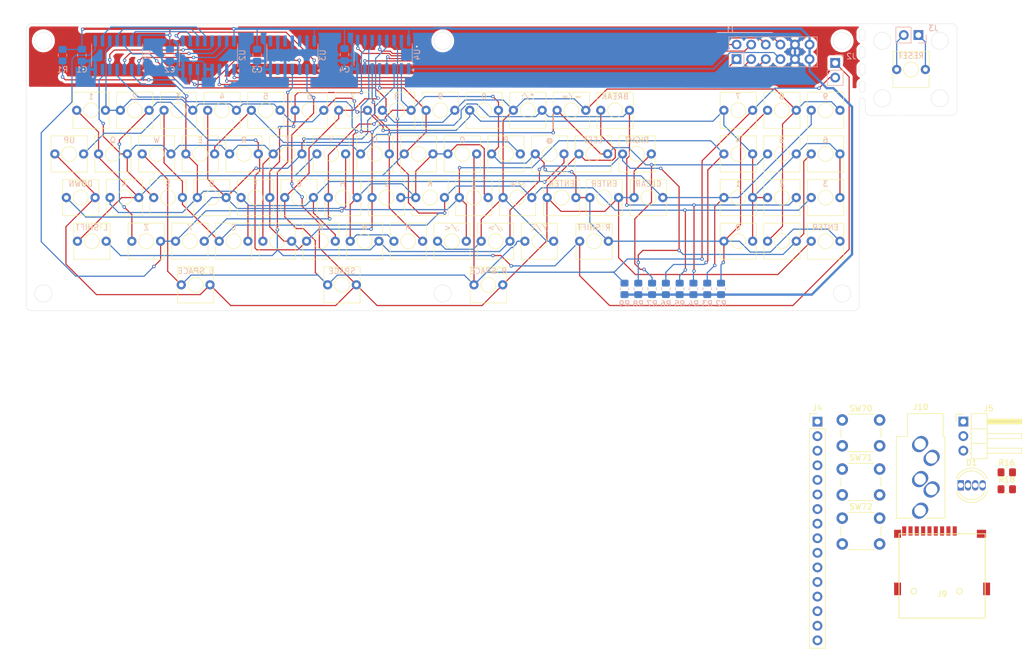
<source format=kicad_pcb>
(kicad_pcb (version 20241229) (generator "pcbnew") (generator_version "9.0")
  (layers (0 "F.Cu" signal) (2 "B.Cu" signal) (13 "F.Paste" user) (15 "B.Paste" user) (5 "F.SilkS" user "F.Silkscreen") (7 "B.SilkS" user "B.Silkscreen") (1 "F.Mask" user) (3 "B.Mask" user) (25 "Edge.Cuts" user))
  (net 0 "")
  (net 1 "+3.3V")
  (net 2 "Net-(J2-Pin_2)")
  (net 3 "GND")
  (net 4 "Net-(J2-Pin_1)")
  (net 5 "Net-(J3-Pin_2)")
  (net 6 "Net-(J3-Pin_1)")
  (net 7 "Net-(U2-E3)")
  (net 8 "Net-(U4-I0a)")
  (net 9 "Net-(U4-I0b)")
  (net 10 "Net-(U4-I0c)")
  (net 11 "Net-(U4-I0d)")
  (net 12 "Net-(U4-I1a)")
  (net 13 "Net-(U4-I1b)")
  (net 14 "Net-(U4-I1c)")
  (net 15 "Net-(SW1-Pad2)")
  (net 16 "Net-(SW10-Pad2)")
  (net 17 "Net-(SW17-Pad2)")
  (net 18 "PMOD_IO3")
  (net 19 "PMOD_IO4")
  (net 20 "PMOD_IO6")
  (net 21 "PMOD_IO1")
  (net 22 "PMOD_IO7")
  (net 23 "PMOD_IO5")
  (net 24 "PMOD_IO2")
  (net 25 "PMOD_IO8")
  (net 26 "Net-(SW25-Pad1)")
  (net 27 "Net-(SW28-Pad2)")
  (net 28 "Net-(SW44-Pad2)")
  (net 29 "Net-(SW55-Pad1)")
  (net 30 "Net-(U2-O3)")
  (net 31 "Net-(U2-O1)")
  (net 32 "Net-(U2-O5)")
  (net 33 "Net-(U2-O0)")
  (net 34 "Net-(U2-O2)")
  (net 35 "Net-(U2-O4)")
  (net 36 "Net-(U2-O6)")
  (net 37 "Net-(U2-O7)")
  (net 42 "IF_LED_BLUE")
  (net 43 "IF_LED_RED")
  (net 44 "IF_LED_GREEN")
  (net 45 "IF_BTN_TRSIO_STATUS")
  (net 46 "+3V3")
  (net 47 "IF_SD_MISO")
  (net 48 "IF_SD_SCK")
  (net 49 "IF_TXD0")
  (net 50 "IF_CASS_IN")
  (net 51 "IF_RXD0")
  (net 52 "IF_BTN_PTRS_RST")
  (net 53 "IF_SD_CD")
  (net 54 "IF_SD_CS")
  (net 55 "IF_BTN__ESP_RST")
  (net 56 "IF_SD_MOSI")
  (net 57 "Net-(J9-DAT2)")
  (net 58 "Net-(J9-DAT1)")
  (footprint "Library:SW_SPST_Push" (layer "F.Cu") (at 208.4 96.2)
    (property "Reference" "SW34" (hide yes))
    (property "Value" "6")
  )
  (footprint "Library:SW_SPST_Push" (layer "F.Cu") (at 143.37 111.4)
    (property "Reference" "SW51" (hide yes))
    (property "Value" ",")
  )
  (footprint "Library:SW_SPST_Push" (layer "F.Cu") (at 84.37 96.2)
    (property "Reference" "SW18" (hide yes))
    (property "Value" "Q")
  )
  (footprint "Library:SW_SPST_Push" (layer "F.Cu") (at 78.77 103.8)
    (property "Reference" "SW60" (hide yes))
    (property "Value" "DOWN")
  )
  (footprint "Library:SW_SPST_Push" (layer "F.Cu") (at 141.37 88.6)
    (property "Reference" "SW48" (hide yes))
    (property "Value" "9")
  )
  (footprint "Button_Switch_THT:SW_PUSH_6mm" (layer "F.Cu") (at 211.2982 142.533)
    (property "Reference" "SW70")
    (property "Value" "ESP_RESET")
  )
  (footprint "Resistor_SMD:R_0805_2012Metric_Pad1.20x1.40mm_HandSolder" (layer "F.Cu") (at 239.9282 154.603)
    (property "Reference" "R18")
    (property "Value" "10K")
  )
  (footprint "Connector_PinHeader_2.54mm:PinHeader_1x03_P2.54mm_Horizontal" (layer "F.Cu") (at 232.3682 142.803)
    (property "Reference" "J5")
    (property "Value" "Programmer")
  )
  (footprint "Library:SW_SPST_Push" (layer "F.Cu") (at 162.45 103.8)
    (property "Reference" "SW55" (hide yes))
    (property "Value" "ENTER")
  )
  (footprint "Library:SW_SPST_Push" (layer "F.Cu") (at 169.87 103.8)
    (property "Reference" "SW56" (hide yes))
    (property "Value" "ENTER")
  )
  (footprint "Library:SW_SPST_Push" (layer "F.Cu") (at 107.17 96.2)
    (property "Reference" "SW19" (hide yes))
    (property "Value" "R")
  )
  (footprint "Library:SW_SPST_Push" (layer "F.Cu") (at 168.1 111.4)
    (property "Reference" "SW65" (hide yes))
    (property "Value" "RSHIFT")
  )
  (footprint "Library:SW_SPST_Push" (layer "F.Cu") (at 98.77 119)
    (property "Reference" "SW67" (hide yes))
    (property "Value" "SPACE")
  )
  (footprint "Connector_PinHeader_2.54mm:PinHeader_1x16_P2.54mm_Vertical" (layer "F.Cu") (at 206.9782 142.813)
    (property "Reference" "J4")
    (property "Value" "Conn_01x16")
  )
  (footprint "Library:SW_SPST_Push" (layer "F.Cu") (at 120.57 111.4)
    (property "Reference" "SW3" (hide yes))
    (property "Value" "B")
  )
  (footprint "Library:SW_SPST_Push" (layer "F.Cu") (at 124.24 119)
    (property "Reference" "SW63" (hide yes))
    (property "Value" "SPACE")
  )
  (footprint "Library:SW_SPST_Push" (layer "F.Cu") (at 86.37 103.8)
    (property "Reference" "SW2" (hide yes))
    (property "Value" "A")
  )
  (footprint "Library:SW_SPST_Push" (layer "F.Cu") (at 80.57 88.6)
    (property "Reference" "SW37" (hide yes))
    (property "Value" "1")
  )
  (footprint "Library:SW_SPST_Push" (layer "F.Cu") (at 116.77 103.8)
    (property "Reference" "SW8" (hide yes))
    (property "Value" "G")
  )
  (footprint "Library:SW_SPST_Push" (layer "F.Cu") (at 110.97 88.6)
    (property "Reference" "SW41" (hide yes))
    (property "Value" "5")
  )
  (footprint "Library:TFP09-2-12B" (layer "F.Cu") (at 228.6732 172.358)
    (property "Reference" "J9")
    (property "Value" "SD_Card")
  )
  (footprint "Library:SW_SPST_Push" (layer "F.Cu") (at 152.77 96.2)
    (property "Reference" "SW17" (hide yes))
    (property "Value" "P")
  )
  (footprint "Library:SW_SPST_Push" (layer "F.Cu") (at 177.57 103.8)
    (property "Reference" "SW57" (hide yes))
    (property "Value" "CLEAR")
  )
  (footprint "Library:SW_SPST_Push" (layer "F.Cu") (at 118.57 88.6)
    (property "Reference" "SW42" (hide yes))
    (property "Value" "6")
  )
  (footprint "Library:SW_SPST_Push" (layer "F.Cu") (at 128.17 111.4)
    (property "Reference" "SW15" (hide yes))
    (property "Value" "N")
  )
  (footprint "Library:SW_SPST_Push" (layer "F.Cu") (at 88.17 88.6)
    (property "Reference" "SW38" (hide yes))
    (property "Value" "2")
  )
  (footprint "Library:SW_SPST_Push" (layer "F.Cu") (at 112.97 111.4)
    (property "Reference" "SW23" (hide yes))
    (property "Value" "V")
  )
  (footprint "Library:SW_SPST_Push" (layer "F.Cu") (at 175.57 96.2)
    (property "Reference" "SW62" (hide yes))
    (property "Value" "RIGHT")
  )
  (footprint "Library:SW_SPST_Push" (layer "F.Cu") (at 139.57 103.8)
    (property "Reference" "SW12" (hide yes))
    (property "Value" "K")
  )
  (footprint "Library:SW_SPST_Push" (layer "F.Cu") (at 129.97 96.2)
    (property "Reference" "SW22" (hide yes))
    (property "Value" "U")
  )
  (footprint "Library:SW_SPST_Push" (layer "F.Cu") (at 223.27 81.5)
    (property "Reference" "SW64" (hide yes))
    (property "Value" "RESET")
  )
  (footprint "Library:SW_SPST_Push" (layer "F.Cu") (at 208.4 88.6)
    (property "Reference" "SW45" (hide yes))
    (property "Value" "9")
  )
  (footprint "Library:SW_SPST_Push" (layer "F.Cu") (at 133.77 88.6)
    (property "Reference" "SW47" (hide yes))
    (property "Value" "8")
  )
  (footprint "Library:SW_SPST_Push" (layer "F.Cu") (at 109.17 103.8)
    (property "Reference" "SW7" (hide yes))
    (property "Value" "F")
  )
  (footprint "Library:SW_SPST_Push" (layer "F.Cu") (at 208.4 111.4)
    (property "Reference" "SW69" (hide yes))
    (property "Value" "ENTER")
  )
  (footprint "Library:SW_SPST_Push" (layer "F.Cu") (at 76.77 96.2)
    (property "Reference" "SW59" (hide yes))
    (property "Value" "UP")
  )
  (footprint "Library:SW_SPST_Push" (layer "F.Cu") (at 200.8 103.8)
    (property "Reference" "SW30" (hide yes))
    (property "Value" "2")
  )
  (footprint "Library:SW_SPST_Push" (layer "F.Cu") (at 124.37 103.8)
    (property "Reference" "SW9" (hide yes))
    (property "Value" "H")
  )
  (footprint "Library:SW_SPST_Push" (layer "F.Cu") (at 193.2 111.4)
    (property "Reference" "SW28" (hide yes))
    (property "Value" "0")
  )
  (footprint "Library:SW_SPST_Push" (layer "F.Cu") (at 91.97 96.2)
    (property "Reference" "SW24" (hide yes))
    (property "Value" "W")
  )
  (footprint "Library:SW_SPST_Push" (layer "F.Cu") (at 149.71 119)
    (property "Reference" "SW68" (hide yes))
    (property "Value" "SPACE")
  )
  (footprint "Button_Switch_THT:SW_PUSH_6mm" (layer "F.Cu") (at 211.2982 151.083)
    (property "Reference" "SW71")
    (property "Value" "PTRS_RESET")
  )
  (footprint "Library:SW_SPST_Push" (layer "F.Cu") (at 145.17 96.2)
    (property "Reference" "SW16" (hide yes))
    (property "Value" "O")
  )
  (footprint "LED_THT:LED_D5.0mm-4_RGB" (layer "F.Cu") (at 231.9082 153.913)
    (property "Reference" "D1")
    (property "Value" "LED_RKBG")
  )
  (footprint "Library:SW_SPST_Push" (layer "F.Cu") (at 147.17 103.8)
    (property "Reference" "SW13" (hide yes))
    (property "Value" "L")
  )
  (footprint "Library:SW_SPST_Push" (layer "F.Cu") (at 193.2 96.2)
    (property "Reference" "SW32" (hide yes))
    (property "Value" "4")
  )
  (footprint "Library:SW_SPST_Push" (layer "F.Cu") (at 193.2 103.8)
    (property "Reference" "SW29" (hide yes))
    (property "Value" "1")
  )
  (footprint "Library:SW_SPST_Push" (layer "F.Cu") (at 171.77 88.6)
    (property "Reference" "SW58" (hide yes))
    (property "Value" "BREAK")
  )
  (footprint "Library:SW_SPST_Push" (layer "F.Cu") (at 99.57 96.2)
    (property "Reference" "SW6" (hide yes))
    (property "Value" "E")
  )
  (footprint "Library:SW_SPST_Push" (layer "F.Cu") (at 200.8 88.6)
    (property "Reference" "SW44" (hide yes))
    (property "Value" "8")
  )
  (footprint "Library:SW_SPST_Push" (layer "F.Cu") (at 148.97 88.6)
    (property "Reference" "SW36" (hide yes))
    (property "Value" "0")
  )
  (footprint "Library:SW_SPST_Push" (layer "F.Cu") (at 105.37 111.4)
    (property "Reference" "SW4" (hide yes))
    (property "Value" "C")
  )
  (footprint "Library:SW_SPST_Push" (layer "F.Cu") (at 158.57 111.4)
    (property "Reference" "SW54" (hide yes))
    (property "Value" "/")
  )
  (footprint "Library:SW_SPST_Push" (layer "F.Cu") (at 114.77 96.2)
    (property "Reference" "SW21" (hide yes))
    (property "Value" "T")
  )
  (footprint "Library:SW_SPST_Push" (layer "F.Cu") (at 160.37 96.2)
    (property "Reference" "SW1" (hide yes))
    (property "Value" "@")
  )
  (footprint "Library:SW_SPST_Push" (layer "F.Cu") (at 154.77 103.8)
    (property "Reference" "SW50" (hide yes))
    (property "Value" ";")
  )
  (footprint "Library:SW_SPST_Push" (layer "F.Cu") (at 164.17 88.6)
    (property "Reference" "SW52" (hide yes))
    (property "Value" "-")
  )
  (footprint "Library:SW_SPST_Push" (layer "F.Cu") (at 103.37 88.6)
    (property "Reference" "SW40" (hide yes))
    (property "Value" "4")
  )
  (footprint "Resistor_SMD:R_0805_2012Metric_Pad1.20x1.40mm_HandSolder" (layer "F.Cu") (at 239.9282 151.653)
    (property "Reference" "R16")
    (property "Value" "10K")
  )
  (footprint "Library:SW_SPST_Push" (layer "F.Cu") (at 95.77 88.6)
    (property "Reference" "SW39" (hide yes))
    (property "Value" "3")
  )
  (footprint "Library:SW_SPST_Push" (layer "F.Cu") (at 200.8 96.2)
    (property "Reference" "SW33" (hide yes))
    (property "Value" "5")
  )
  (footprint "Library:SW_SPST_Push" (layer "F.Cu") (at 137.57 96.2)
    (property "Reference" "SW10" (hide yes))
    (property "Value" "I")
  )
  (footprint "Library:SW_SPST_Push" (layer "F.Cu") (at 122.37 96.2)
    (property "Reference" "SW26" (hide yes))
    (property "Value" "Y")
  )
  (footprint "Button_Switch_THT:SW_PUSH_6mm" (layer "F.Cu") (at 211.2982 159.633)
    (property "Reference" "SW72")
    (property "Value" "TRS_IO_STATUS")
  )
  (footprint "Library:SW_SPST_Push" (layer "F.Cu") (at 126.17 88.6)
    (property "Reference" "SW43" (hide yes))
    (property "Value" "7")
  )
  (footprint "Library:SW_SPST_Push" (layer "F.Cu") (at 200.8 111.4)
    (property "Reference" "SW46" (hide yes))
    (property "Value" ".")
  )
  (footprint "Library:SW_SPST_Push" (layer "F.Cu") (at 193.2 88.6)
    (property "Reference" "SW35" (hide yes))
    (property "Value" "7")
  )
  (footprint "Library:SW_SPST_Push" (layer "F.Cu") (at 97.77 111.4)
    (property "Reference" "SW25" (hide yes))
    (property "Value" "X")
  )
  (footprint "Library:SW_SPST_Push" (layer "F.Cu") (at 131.97 103.8)
    (property "Reference" "SW11" (hide yes))
    (property "Value" "J")
  )
  (footprint "Library:SW_SPST_Push" (layer "F.Cu") (at 101.57 103.8)
    (property "Reference" "SW5" (hide yes))
    (property "Value" "D")
  )
  (footprint "Library:SW_SPST_Push" (layer "F.Cu") (at 208.4 103.8)
    (property "Reference" "SW31" (hide yes))
    (property "Value" "3")
  )
  (footprint "Library:SW_SPST_Push" (layer "F.Cu") (at 93.97 103.8)
    (property "Reference" "SW20" (hide yes))
    (property "Value" "S")
  )
  (footprint "Library:SW_SPST_Push" (layer "F.Cu") (at 156.57 88.6)
    (property "Reference" "SW49" (hide yes))
    (property "Value" ":")
  )
  (footprint "Library:SW_SPST_Push" (layer "F.Cu") (at 167.97 96.2)
    (property "Reference" "SW61" (hide yes))
    (property "Value" "LEFT")
  )
  (footprint "Library:SW_SPST_Push" (layer "F.Cu") (at 135.77 111.4)
    (property "Reference" "SW14" (hide yes))
    (property "Value" "M")
  )
  (footprint "Library:Jack_3.5mm_CUI_SJ1-3535NG_Horizontal_CircularHoles" (layer "F.Cu") (at 224.8482 146.733)
    (property "Reference" "J10")
    (property "Value" "Cassette Input")
  )
  (footprint "Library:SW_SPST_Push" (layer "F.Cu") (at 90.17 111.4)
    (property "Reference" "SW27" (hide yes))
    (property "Value" "Z")
  )
  (footprint "Library:SW_SPST_Push" (layer "F.Cu") (at 150.97 111.4)
    (property "Reference" "SW53" (hide yes))
    (property "Value" ".")
  )
  (footprint "Library:SW_SPST_Push" (layer "F.Cu") (at 80.7 111.4)
    (property "Reference" "SW66" (hide yes))
    (property "Value" "LSHIFT")
  )
  (footprint "Resistor_SMD:R_0805_2012Metric_Pad1.20x1.40mm_HandSolder" (layer "B.Cu") (at 175.8 119.7 90)
    (property "Reference" "R8")
    (property "Value" "1k")
  )
  (footprint "Resistor_SMD:R_0805_2012Metric_Pad1.20x1.40mm_HandSolder" (layer "B.Cu") (at 180.6 119.7 90)
    (property "Reference" "R6")
    (property "Value" "1k")
  )
  (footprint "Capacitor_SMD:C_0805_2012Metric_Pad1.18x1.45mm_HandSolder" (layer "B.Cu") (at 78.97 79 -90)
    (property "Reference" "C1")
    (property "Value" "0.1uF")
  )
  (footprint "Resistor_SMD:R_0805_2012Metric_Pad1.20x1.40mm_HandSolder" (layer "B.Cu") (at 75.6 79 -90)
    (property "Reference" "R1")
    (property "Value" "1k")
  )
  (footprint "Resistor_SMD:R_0805_2012Metric_Pad1.20x1.40mm_HandSolder" (layer "B.Cu") (at 187.8 119.7 90)
    (property "Reference" "R3")
    (property "Value" "1k")
  )
  (footprint "Connector_PinHeader_2.54mm:PinHeader_1x02_P2.54mm_Vertical" (layer "B.Cu") (at 224.545 75.5 90)
    (property "Reference" "J3")
    (property "Value" "Conn_01x02")
  )
  (footprint "Resistor_SMD:R_0805_2012Metric_Pad1.20x1.40mm_HandSolder" (layer "B.Cu") (at 185.4 119.7 90)
    (property "Reference" "R4")
    (property "Value" "1k")
  )
  (footprint "Resistor_SMD:R_0805_2012Metric_Pad1.20x1.40mm_HandSolder" (layer "B.Cu") (at 183 119.7 90)
    (property "Reference" "R5")
    (property "Value" "1k")
  )
  (footprint "Capacitor_SMD:C_0805_2012Metric_Pad1.18x1.45mm_HandSolder" (layer "B.Cu") (at 124.67 78.9 -90)
    (property "Reference" "C4")
    (property "Value" "0.1uF")
  )
  (footprint "Connector_PinHeader_2.54mm:PinHeader_1x02_P2.54mm_Vertical" (layer "B.Cu") (at 210.07 80.36 180)
    (property "Reference" "J2")
    (property "Value" "Conn_01x02")
  )
  (footprint "Package_SO:SOIC-16_3.9x9.9mm_P1.27mm" (layer "B.Cu") (at 131.4 78.9 90)
    (property "Reference" "U4")
    (property "Value" "74LS157")
  )
  (footprint "Resistor_SMD:R_0805_2012Metric_Pad1.20x1.40mm_HandSolder" (layer "B.Cu") (at 178.2 119.7 90)
    (property "Reference" "R7")
    (property "Value" "1k")
  )
  (footprint "Capacitor_SMD:C_0805_2012Metric_Pad1.18x1.45mm_HandSolder" (layer "B.Cu") (at 94.27 79 -90)
    (property "Reference" "C2")
    (property "Value" "0.1uF")
  )
  (footprint "Package_SO:SOIC-14_3.9x8.7mm_P1.27mm" (layer "B.Cu") (at 85.1 79 90)
    (property "Reference" "U1")
    (property "Value" "74LS07")
  )
  (footprint "Capacitor_SMD:C_0805_2012Metric_Pad1.18x1.45mm_HandSolder" (layer "B.Cu") (at 109.47 79 -90)
    (property "Reference" "C3")
    (property "Value" "0.1uF")
  )
  (footprint "Resistor_SMD:R_0805_2012Metric_Pad1.20x1.40mm_HandSolder" (layer "B.Cu") (at 190.2 119.7 90)
    (property "Reference" "R2")
    (property "Value" "1k")
  )
  (footprint "Package_SO:SOIC-14_3.9x8.7mm_P1.27mm" (layer "B.Cu") (at 115.6 79 90)
    (property "Reference" "U3")
    (property "Value" "74LS07")
  )
  (footprint "Package_SO:SOIC-16_3.9x9.9mm_P1.27mm" (layer "B.Cu") (at 101 79 90)
    (property "Reference" "U2")
    (property "Value" "74LS138")
  )
  (footprint "Connector_PinSocket_2.54mm:PinSocket_2x06_P2.54mm_Vertical" (layer "B.Cu") (at 192.91 79.69 -90)
    (property "Reference" "J1")
    (property "Value" "PMOD")
  )
  (footprint "Resistor_SMD:R_0805_2012Metric_Pad1.20x1.40mm_HandSolder" (layer "B.Cu") (at 173.4 119.7 90)
    (property "Reference" "R9")
    (property "Value" "1k")
  )
  (gr_circle (center 228.27 76.5) (end 229.77 76.5) (stroke (width 0.05)) (fill no) (layer "Edge.Cuts"))
  (gr_arc (start 214.27 78) (mid 214.77 77.5) (end 215.27 78) (stroke (width 0.05)) (layer "Edge.Cuts"))
  (gr_circle (center 72.27 120.5) (end 73.77 120.5) (stroke (width 0.05)) (fill no) (layer "Edge.Cuts"))
  (gr_circle (center 228.27 86.5) (end 229.77 86.5) (stroke (width 0.05)) (fill no) (layer "Edge.Cuts"))
  (gr_line (start 214.27 85) (end 214.27 84) (stroke (width 0.05)) (layer "Edge.Cuts"))
  (gr_circle (center 218.27 86.5) (end 219.77 86.5) (stroke (width 0.05)) (fill no) (layer "Edge.Cuts"))
  (gr_line (start 214.27 75) (end 214.27 76) (stroke (width 0.05)) (layer "Edge.Cuts"))
  (gr_arc (start 214.27 122.5) (mid 213.977107 123.207107) (end 213.27 123.5) (stroke (width 0.05)) (layer "Edge.Cuts"))
  (gr_arc (start 70.27 123.5) (mid 69.562893 123.207107) (end 69.27 122.5) (stroke (width 0.05)) (layer "Edge.Cuts"))
  (gr_circle (center 141.77 76.5) (end 143.27 76.5) (stroke (width 0.05)) (fill no) (layer "Edge.Cuts"))
  (gr_circle (center 218.27 76.5) (end 219.77 76.5) (stroke (width 0.05)) (fill no) (layer "Edge.Cuts"))
  (gr_arc (start 214.27 87) (mid 214.77 86.5) (end 215.27 87) (stroke (width 0.05)) (layer "Edge.Cuts"))
  (gr_line (start 215.27 87) (end 215.27 88.5) (stroke (width 0.05)) (layer "Edge.Cuts"))
  (gr_line (start 213.27 123.5) (end 70.27 123.5) (stroke (width 0.05)) (layer "Edge.Cuts"))
  (gr_arc (start 230.27 73.5) (mid 230.977107 73.792893) (end 231.27 74.5) (stroke (width 0.05)) (layer "Edge.Cuts"))
  (gr_line (start 214.27 79) (end 214.27 78) (stroke (width 0.05)) (layer "Edge.Cuts"))
  (gr_circle (center 211.27 120.5) (end 212.77 120.5) (stroke (width 0.05)) (fill no) (layer "Edge.Cuts"))
  (gr_line (start 215.27 76) (end 215.27 75) (stroke (width 0.05)) (layer "Edge.Cuts"))
  (gr_line (start 214.27 82) (end 214.27 81) (stroke (width 0.05)) (layer "Edge.Cuts"))
  (gr_line (start 216.27 89.5) (end 230.27 89.492893) (stroke (width 0.05)) (layer "Edge.Cuts"))
  (gr_arc (start 215.27 85) (mid 214.77 85.5) (end 214.27 85) (stroke (width 0.05)) (layer "Edge.Cuts"))
  (gr_circle (center 211.27 76.5) (end 212.77 76.5) (stroke (width 0.05)) (fill no) (layer "Edge.Cuts"))
  (gr_arc (start 214.27 75) (mid 214.77 74.5) (end 215.27 75) (stroke (width 0.05)) (layer "Edge.Cuts"))
  (gr_arc (start 231.27 88.492893) (mid 230.977107 89.2) (end 230.27 89.492893) (stroke (width 0.05)) (layer "Edge.Cuts"))
  (gr_line (start 231.27 88.492893) (end 231.27 74.5) (stroke (width 0.05)) (layer "Edge.Cuts"))
  (gr_line (start 69.27 122.5) (end 69.27 74.5) (stroke (width 0.05)) (layer "Edge.Cuts"))
  (gr_line (start 215.27 78) (end 215.27 79) (stroke (width 0.05)) (layer "Edge.Cuts"))
  (gr_arc (start 215.27 76) (mid 214.77 76.5) (end 214.27 76) (stroke (width 0.05)) (layer "Edge.Cuts"))
  (gr_arc (start 214.27 81) (mid 214.77 80.5) (end 215.27 81) (stroke (width 0.05)) (layer "Edge.Cuts"))
  (gr_line (start 70.27 73.5) (end 230.27 73.5) (stroke (width 0.05)) (layer "Edge.Cuts"))
  (gr_arc (start 216.27 89.5) (mid 215.562893 89.207107) (end 215.27 88.5) (stroke (width 0.05)) (layer "Edge.Cuts"))
  (gr_arc (start 69.27 74.5) (mid 69.562893 73.792893) (end 70.27 73.5) (stroke (width 0.05)) (layer "Edge.Cuts"))
  (gr_line (start 214.27 122.5) (end 214.27 87) (stroke (width 0.05)) (layer "Edge.Cuts"))
  (gr_circle (center 141.77 120.5) (end 143.27 120.5) (stroke (width 0.05)) (fill no) (layer "Edge.Cuts"))
  (gr_line (start 215.27 81) (end 215.27 82) (stroke (width 0.05)) (layer "Edge.Cuts"))
  (gr_arc (start 215.27 79) (mid 214.77 79.5) (end 214.27 79) (stroke (width 0.05)) (layer "Edge.Cuts"))
  (gr_arc (start 215.27 82) (mid 214.77 82.5) (end 214.27 82) (stroke (width 0.05)) (layer "Edge.Cuts"))
  (gr_arc (start 214.27 84) (mid 214.77 83.5) (end 215.27 84) (stroke (width 0.05)) (layer "Edge.Cuts"))
  (gr_line (start 215.27 84) (end 215.27 85) (stroke (width 0.05)) (layer "Edge.Cuts"))
  (gr_circle (center 72.27 76.5) (end 73.77 76.5) (stroke (width 0.05)) (fill no) (layer "Edge.Cuts"))
  (gr_text "Y" (at 122.37 93.8 0) (layer "F.SilkS") (effects (font (size 1 1) (thickness 0.1))))
  (gr_text "D" (at 101.57 101.4 0) (layer "F.SilkS") (effects (font (size 1 1) (thickness 0.1))))
  (gr_text "C" (at 105.37 109 0) (layer "F.SilkS") (effects (font (size 1 1) (thickness 0.1))))
  (gr_text "8" (at 200.7 86.2 0) (layer "F.SilkS") (effects (font (size 1 1) (thickness 0.1))))
  (gr_text "N" (at 128.17 109 0) (layer "F.SilkS") (effects (font (size 1 1) (thickness 0.1))))
  (gr_text "3" (at 95.77 86.2 0) (layer "F.SilkS") (effects (font (size 1 1) (thickness 0.1))))
  (gr_text "5" (at 200.7 93.8 0) (layer "F.SilkS") (effects (font (size 1 1) (thickness 0.1))))
  (gr_text "E" (at 99.57 93.8 0) (layer "F.SilkS") (effects (font (size 1 1) (thickness 0.1))))
  (gr_text ",/<" (at 143.37 109 0) (layer "F.SilkS") (effects (font (size 1 1) (thickness 0.1))))
  (gr_text "T" (at 114.77 93.8 0) (layer "F.SilkS") (effects (font (size 1 1) (thickness 0.1))))
  (gr_text "S" (at 93.97 101.4 0) (layer "F.SilkS") (effects (font (size 1 1) (thickness 0.1))))
  (gr_text "Z" (at 90.17 109 0) (layer "F.SilkS") (effects (font (size 1 1) (thickness 0.1))))
  (gr_text "V" (at 112.97 109 0) (layer "F.SilkS") (effects (font (size 1 1) (thickness 0.1))))
  (gr_text "BREAK" (at 171.8 86.2 0) (layer "F.SilkS") (effects (font (size 1 1) (thickness 0.1))))
  (gr_text "@" (at 160.37 93.8 0) (layer "F.SilkS") (effects (font (size 1 1) (thickness 0.1))))
  (gr_text "M" (at 135.77 109 0) (layer "F.SilkS") (effects (font (size 1 1) (thickness 0.1))))
  (gr_text "I" (at 137.57 93.8 0) (layer "F.SilkS") (effects (font (size 1 1) (thickness 0.1))))
  (gr_text "J" (at 131.97 101.4 0) (layer "F.SilkS") (effects (font (size 1 1) (thickness 0.1))))
  (gr_text "K" (at 139.57 101.4 0) (layer "F.SilkS") (effects (font (size 1 1) (thickness 0.1))))
  (gr_text "8" (at 133.77 86.2 0) (layer "F.SilkS") (effects (font (size 1 1) (thickness 0.1))))
  (gr_text "3" (at 208.3 101.4 0) (layer "F.SilkS") (effects (font (size 1 1) (thickness 0.1))))
  (gr_text "4" (at 103.37 86.2 0) (layer "F.SilkS") (effects (font (size 1 1) (thickness 0.1))))
  (gr_text "ENTER" (at 162.47 101.4 0) (layer "F.SilkS") (effects (font (size 1 1) (thickness 0.1))))
  (gr_text "*/:" (at 156.6 86.2 0) (layer "F.SilkS") (effects (font (size 1 1) (thickness 0.1))))
  (gr_text "6" (at 208.3 93.8 0) (layer "F.SilkS") (effects (font (size 1 1) (thickness 0.1))))
  (gr_text "P" (at 152.77 93.8 0) (layer "F.SilkS") (effects (font (size 1 1) (thickness 0.1))))
  (gr_text "Q" (at 84.37 93.8 0) (layer "F.SilkS") (effects (font (size 1 1) (thickness 0.1))))
  (gr_text "UP" (at 76.77 93.8 0) (layer "F.SilkS") (effects (font (size 1 1) (thickness 0.1))))
  (gr_text "7" (at 193.1 86.2 0) (layer "F.SilkS") (effects (font (size 1 1) (thickness 0.1))))
  (gr_text "7" (at 126.17 86.2 0) (layer "F.SilkS") (effects (font (size 1 1) (thickness 0.1))))
  (gr_text "U" (at 129.97 93.8 0) (layer "F.SilkS") (effects (font (size 1 1) (thickness 0.1))))
  (gr_text "G" (at 116.77 101.4 0) (layer "F.SilkS") (effects (font (size 1 1) (thickness 0.1))))
  (gr_text "L SHIFT" (at 80.7 109 0) (layer "F.SilkS") (effects (font (size 1 1) (thickness 0.1))))
  (gr_text "R SPACE" (at 149.71 116.6 0) (layer "F.SilkS") (effects (font (size 1 1) (thickness 0.1))))
  (gr_text "CLEAR" (at 177.57 101.4 0) (layer "F.SilkS") (effects (font (size 1 1) (thickness 0.1))))
  (gr_text "DOWN" (at 78.77 101.4 0) (layer "F.SilkS") (effects (font (size 1 1) (thickness 0.1))))
  (gr_text "6" (at 118.57 86.2 0) (layer "F.SilkS") (effects (font (size 1 1) (thickness 0.1))))
  (gr_text "5" (at 110.97 86.2 0) (layer "F.SilkS") (effects (font (size 1 1) (thickness 0.1))))
  (gr_text "0" (at 193.1 109 0) (layer "F.SilkS") (effects (font (size 1 1) (thickness 0.1))))
  (gr_text "L SPACE" (at 98.77 116.6 0) (layer "F.SilkS") (effects (font (size 1 1) (thickness 0.1))))
  (gr_text "./>" (at 150.97 109 0) (layer "F.SilkS") (effects (font (size 1 1) (thickness 0.1))))
  (gr_text "//?" (at 158.57 109 0) (layer "F.SilkS") (effects (font (size 1 1) (thickness 0.1))))
  (gr_text "R" (at 107.17 93.8 0) (layer "F.SilkS") (effects (font (size 1 1) (thickness 0.1))))
  (gr_text "ENTER" (at 169.87 101.4 0) (layer "F.SilkS") (effects (font (size 1 1) (thickness 0.1))))
  (gr_text "0" (at 149 86.2 0) (layer "F.SilkS") (effects (font (size 1 1) (thickness 0.1))))
  (gr_text "L" (at 147.17 101.4 0) (layer "F.SilkS") (effects (font (size 1 1) (thickness 0.1))))
  (gr_text "H" (at 124.37 101.4 0) (layer "F.SilkS") (effects (font (size 1 1) (thickness 0.1))))
  (gr_text "2" (at 88.17 86.2 0) (layer "F.SilkS") (effects (font (size 1 1) (thickness 0.1))))
  (gr_text "A" (at 86.37 101.4 0) (layer "F.SilkS") (effects (font (size 1 1) (thickness 0.1))))
  (gr_text "W" (at 91.97 93.8 0) (layer "F.SilkS") (effects (font (size 1 1) (thickness 0.1))))
  (gr_text "RESET" (at 223.27 79.1 0) (layer "F.SilkS") (effects (font (size 1 1) (thickness 0.1))))
  (gr_text "X" (at 97.77 109 0) (layer "F.SilkS") (effects (font (size 1 1) (thickness 0.1))))
  (gr_text "1" (at 80.57 86.2 0) (layer "F.SilkS") (effects (font (size 1 1) (thickness 0.1))))
  (gr_text "2" (at 200.7 101.4 0) (layer "F.SilkS") (effects (font (size 1 1) (thickness 0.1))))
  (gr_text "1" (at 193.1 101.4 0) (layer "F.SilkS") (effects (font (size 1 1) (thickness 0.1))))
  (gr_text "." (at 200.7 109 0) (layer "F.SilkS") (effects (font (size 1 1) (thickness 0.1))))
  (gr_text "4" (at 193.1 93.8 0) (layer "F.SilkS") (effects (font (size 1 1) (thickness 0.1))))
  (gr_text "SPACE" (at 124.24 116.6 0) (layer "F.SilkS") (effects (font (size 1 1) (thickness 0.1))))
  (gr_text "ENTER" (at 208.3 109 0) (layer "F.SilkS") (effects (font (size 1 1) (thickness 0.1))))
  (gr_text "9" (at 141.37 86.2 0) (layer "F.SilkS") (effects (font (size 1 1) (thickness 0.1))))
  (gr_text ";/+" (at 154.77 101.4 0) (layer "F.SilkS") (effects (font (size 1 1) (thickness 0.1))))
  (gr_text "RIGHT" (at 175.57 93.8 0) (layer "F.SilkS") (effects (font (size 1 1) (thickness 0.1))))
  (gr_text "-/=" (at 164.2 86.2 0) (layer "F.SilkS") (effects (font (size 1 1) (thickness 0.1))))
  (gr_text "9" (at 208.3 86.2 0) (layer "F.SilkS") (effects (font (size 1 1) (thickness 0.1))))
  (gr_text "LEFT" (at 167.97 93.8 0) (layer "F.SilkS") (effects (font (size 1 1) (thickness 0.1))))
  (gr_text "O" (at 145.17 93.8 0) (layer "F.SilkS") (effects (font (size 1 1) (thickness 0.1))))
  (gr_text "R SHIFT" (at 168.1 109 0) (layer "F.SilkS") (effects (font (size 1 1) (thickness 0.1))))
  (gr_text "F" (at 109.17 101.4 0) (layer "F.SilkS") (effects (font (size 1 1) (thickness 0.1))))
  (gr_text "B" (at 120.57 109 0) (layer "F.SilkS") (effects (font (size 1 1) (thickness 0.1))))
  (gr_text "BREAK" (at 171.77 86.2 -0) (layer "B.SilkS") (effects (font (size 1 1) (thickness 0.1)) (justify mirror)))
  (gr_text "0" (at 193.2 109 -0) (layer "B.SilkS") (effects (font (size 1 1) (thickness 0.1)) (justify mirror)))
  (gr_text "M" (at 135.77 109 -0) (layer "B.SilkS") (effects (font (size 1 1) (thickness 0.1)) (justify mirror)))
  (gr_text "F" (at 109.17 101.4 -0) (layer "B.SilkS") (effects (font (size 1 1) (thickness 0.1)) (justify mirror)))
  (gr_text "LEFT" (at 167.97 93.8 -0) (layer "B.SilkS") (effects (font (size 1 1) (thickness 0.1)) (justify mirror)))
  (gr_text "D" (at 101.57 101.4 -0) (layer "B.SilkS") (effects (font (size 1 1) (thickness 0.1)) (justify mirror)))
  (gr_text "E" (at 99.57 93.8 -0) (layer "B.SilkS") (effects (font (size 1 1) (thickness 0.1)) (justify mirror)))
  (gr_text "9" (at 141.37 86.2 -0) (layer "B.SilkS") (effects (font (size 1 1) (thickness 0.1)) (justify mirror)))
  (gr_text "T" (at 114.77 93.8 -0) (layer "B.SilkS") (effects (font (size 1 1) (thickness 0.1)) (justify mirror)))
  (gr_text "V" (at 112.97 109 -0) (layer "B.SilkS") (effects (font (size 1 1) (thickness 0.1)) (justify mirror)))
  (gr_text "4" (at 193.2 93.8 -0) (layer "B.SilkS") (effects (font (size 1 1) (thickness 0.1)) (justify mirror)))
  (gr_text "2" (at 88.17 86.2 -0) (layer "B.SilkS") (effects (font (size 1 1) (thickness 0.1)) (justify mirror)))
  (gr_text "5" (at 110.97 86.2 -0) (layer "B.SilkS") (effects (font (size 1 1) (thickness 0.1)) (justify mirror)))
  (gr_text "8" (at 133.77 86.2 -0) (layer "B.SilkS") (effects (font (size 1 1) (thickness 0.1)) (justify mirror)))
  (gr_text "7" (at 193.2 86.2 -0) (layer "B.SilkS") (effects (font (size 1 1) (thickness 0.1)) (justify mirror)))
  (gr_text "RESET" (at 223.27 79.1 -0) (layer "B.SilkS") (effects (font (size 1 1) (thickness 0.1)) (justify mirror)))
  (gr_text "L" (at 147.17 101.4 -0) (layer "B.SilkS") (effects (font (size 1 1) (thickness 0.1)) (justify mirror)))
  (gr_text "N" (at 128.17 109 -0) (layer "B.SilkS") (effects (font (size 1 1) (thickness 0.1)) (justify mirror)))
  (gr_text "C" (at 105.37 109 -0) (layer "B.SilkS") (effects (font (size 1 1) (thickness 0.1)) (justify mirror)))
  (gr_text "3" (at 95.77 86.2 -0) (layer "B.SilkS") (effects (font (size 1 1) (thickness 0.1)) (justify mirror)))
  (gr_text "4" (at 103.37 86.2 -0) (layer "B.SilkS") (effects (font (size 1 1) (thickness 0.1)) (justify mirror)))
  (gr_text "K" (at 139.57 101.4 -0) (layer "B.SilkS") (effects (font (size 1 1) (thickness 0.1)) (justify mirror)))
  (gr_text "1" (at 193.2 101.4 -0) (layer "B.SilkS") (effects (font (size 1 1) (thickness 0.1)) (justify mirror)))
  (gr_text "1" (at 80.57 86.2 -0) (layer "B.SilkS") (effects (font (size 1 1) (thickness 0.1)) (justify mirror)))
  (gr_text "3" (at 208.4 101.4 -0) (layer "B.SilkS") (effects (font (size 1 1) (thickness 0.1)) (justify mirror)))
  (gr_text "B" (at 120.57 109 -0) (layer "B.SilkS") (effects (font (size 1 1) (thickness 0.1)) (justify mirror)))
  (gr_text "S" (at 93.97 101.4 -0) (layer "B.SilkS") (effects (font (size 1 1) (thickness 0.1)) (justify mirror)))
  (gr_text "-/=" (at 164.17 86.2 -0) (layer "B.SilkS") (effects (font (size 1 1) (thickness 0.1)) (justify mirror)))
  (gr_text "P" (at 152.77 93.8 -0) (layer "B.SilkS") (effects (font (size 1 1) (thickness 0.1)) (justify mirror)))
  (gr_text "J" (at 131.97 101.4 -0) (layer "B.SilkS") (effects (font (size 1 1) (thickness 0.1)) (justify mirror)))
  (gr_text "A" (at 86.37 101.4 -0) (layer "B.SilkS") (effects (font (size 1 1) (thickness 0.1)) (justify mirror)))
  (gr_text "L SHIFT" (at 80.7 109 -0) (layer "B.SilkS") (effects (font (size 1 1) (thickness 0.1)) (justify mirror)))
  (gr_text "G" (at 116.77 101.4 -0) (layer "B.SilkS") (effects (font (size 1 1) (thickness 0.1)) (justify mirror)))
  (gr_text "SPACE" (at 124.24 116.6 -0) (layer "B.SilkS") (effects (font (size 1 1) (thickness 0.1)) (justify mirror)))
  (gr_text "RIGHT" (at 175.57 93.8 -0) (layer "B.SilkS") (effects (font (size 1 1) (thickness 0.1)) (justify mirror)))
  (gr_text "7" (at 126.17 86.2 -0) (layer "B.SilkS") (effects (font (size 1 1) (thickness 0.1)) (justify mirror)))
  (gr_text "2" (at 200.8 101.4 -0) (layer "B.SilkS") (effects (font (size 1 1) (thickness 0.1)) (justify mirror)))
  (gr_text "6" (at 208.4 93.8 -0) (layer "B.SilkS") (effects (font (size 1 1) (thickness 0.1)) (justify mirror)))
  (gr_text "@" (at 160.37 93.8 -0) (layer "B.SilkS") (effects (font (size 1 1) (thickness 0.1)) (justify mirror)))
  (gr_text "0" (at 148.97 86.2 -0) (layer "B.SilkS") (effects (font (size 1 1) (thickness 0.1)) (justify mirror)))
  (gr_text "ENTER" (at 208.4 109 -0) (layer "B.SilkS") (effects (font (size 1 1) (thickness 0.1)) (justify mirror)))
  (gr_text "Q" (at 84.37 93.8 -0) (layer "B.SilkS") (effects (font (size 1 1) (thickness 0.1)) (justify mirror)))
  (gr_text "X" (at 97.77 109 -0) (layer "B.SilkS") (effects (font (size 1 1) (thickness 0.1)) (justify mirror)))
  (gr_text "//?" (at 158.57 109 -0) (layer "B.SilkS") (effects (font (size 1 1) (thickness 0.1)) (justify mirror)))
  (gr_text "." (at 200.8 109 -0) (layer "B.SilkS") (effects (font (size 1 1) (thickness 0.1)) (justify mirror)))
  (gr_text ",/<" (at 143.37 109 -0) (layer "B.SilkS") (effects (font (size 1 1) (thickness 0.1)) (justify mirror)))
  (gr_text ";/+" (at 154.77 101.4 -0) (layer "B.SilkS") (effects (font (size 1 1) (thickness 0.1)) (justify mirror)))
  (gr_text "R SHIFT" (at 168.1 109 -0) (layer "B.SilkS") (effects (font (size 1 1) (thickness 0.1)) (justify mirror)))
  (gr_text "O" (at 145.17 93.8 -0) (layer "B.SilkS") (effects (font (size 1 1) (thickness 0.1)) (justify mirror)))
  (gr_text "R SPACE" (at 149.71 116.6 -0) (layer "B.SilkS") (effects (font (size 1 1) (thickness 0.1)) (justify mirror)))
  (gr_text "R" (at 107.17 93.8 -0) (layer "B.SilkS") (effects (font (size 1 1) (thickness 0.1)) (justify mirror)))
  (gr_text "6" (at 118.57 86.2 -0) (layer "B.SilkS") (effects (font (size 1 1) (thickness 0.1)) (justify mirror)))
  (gr_text "DOWN" (at 78.77 101.4 -0) (layer "B.SilkS") (effects (font (size 1 1) (thickness 0.1)) (justify mirror)))
  (gr_text "ENTER" (at 169.87 101.4 -0) (layer "B.SilkS") (effects (font (size 1 1) (thickness 0.1)) (justify mirror)))
  (gr_text "ENTER" (at 162.47 101.4 -0) (layer "B.SilkS") (effects (font (size 1 1) (thickness 0.1)) (justify mirror)))
  (gr_text "./>" (at 150.97 109 -0) (layer "B.SilkS") (effects (font (size 1 1) (thickness 0.1)) (justify mirror)))
  (gr_text "I" (at 137.57 93.8 -0) (layer "B.SilkS") (effects (font (size 1 1) (thickness 0.1)) (justify mirror)))
  (gr_text "L SPACE" (at 98.77 116.6 -0) (layer "B.SilkS") (effects (font (size 1 1) (thickness 0.1)) (justify mirror)))
  (gr_text "UP" (at 76.77 93.8 -0) (layer "B.SilkS") (effects (font (size 1 1) (thickness 0.1)) (justify mirror)))
  (gr_text "H" (at 124.37 101.4 -0) (layer "B.SilkS") (effects (font (size 1 1) (thickness 0.1)) (justify mirror)))
  (gr_text "U" (at 129.97 93.8 -0) (layer "B.SilkS") (effects (font (size 1 1) (thickness 0.1)) (justify mirror)))
  (gr_text "5" (at 200.8 93.8 -0) (layer "B.SilkS") (effects (font (size 1 1) (thickness 0.1)) (justify mirror)))
  (gr_text "*/:" (at 156.57 86.2 -0) (layer "B.SilkS") (effects (font (size 1 1) (thickness 0.1)) (justify mirror)))
  (gr_text "Z" (at 90.17 109 -0) (layer "B.SilkS") (effects (font (size 1 1) (thickness 0.1)) (justify mirror)))
  (gr_text "CLEAR" (at 177.57 101.4 -0) (layer "B.SilkS") (effects (font (size 1 1) (thickness 0.1)) (justify mirror)))
  (gr_text "9" (at 208.4 86.2 -0) (layer "B.SilkS") (effects (font (size 1 1) (thickness 0.1)) (justify mirror)))
  (gr_text "Y" (at 122.37 93.8 -0) (layer "B.SilkS") (effects (font (size 1 1) (thickness 0.1)) (justify mirror)))
  (gr_text "W" (at 91.97 93.8 -0) (layer "B.SilkS") (effects (font (size 1 1) (thickness 0.1)) (justify mirror)))
  (gr_text "8" (at 200.8 86.2 -0) (layer "B.SilkS") (effects (font (size 1 1) (thickness 0.1)) (justify mirror)))
  (segment (start 94.27 74.43) (end 94.3 74.4) (width 0.2) (layer "F.Cu") (net 1))
  (segment (start 94.27 75.503) (end 94.27 74.43) (width 0.2) (layer "F.Cu") (net 1))
  (segment (start 94.3 74.4) (end 105.4 74.4) (width 0.4) (layer "F.Cu") (net 1))
  (segment (start 79.2 74.4) (end 94.3 74.4) (width 0.4) (layer "F.Cu") (net 1))
  (via (at 79.1 74.5) (size 0.6) (drill 0.3) (layers "F.Cu" "B.Cu") (net 1))
  (via (at 94.27 75.503) (size 0.6) (drill 0.3) (layers "F.Cu" "B.Cu") (net 1))
  (via (at 105.4 74.4) (size 0.6) (drill 0.3) (layers "F.Cu" "B.Cu") (net 1))
  (segment (start 205.61 79.69) (end 205.61 81.75104) (width 0.4) (layer "B.Cu") (net 1))
  (segment (start 124.75 74.399) (end 109.5 74.399) (width 0.4) (layer "B.Cu") (net 1))
  (segment (start 88.935 76.5) (end 88.91 76.525) (width 0.2) (layer "B.Cu") (net 1))
  (segment (start 208.60896 84.75) (end 209.75 84.75) (width 0.4) (layer "B.Cu") (net 1))
  (segment (start 135.845 76.425) (end 135.845 74.455) (width 0.2) (layer "B.Cu") (net 1))
  (segment (start 143.25 74.399) (end 204.149 74.399) (width 0.4) (layer "B.Cu") (net 1))
  (segment (start 79.1 74.5) (end 78.97 74.63) (width 0.2) (layer "B.Cu") (net 1))
  (segment (start 173.4 120.7) (end 190.2 120.7) (width 0.4) (layer "B.Cu") (net 1))
  (segment (start 206 120.7) (end 190.2 120.7) (width 0.4) (layer "B.Cu") (net 1))
  (segment (start 78.9325 78) (end 78.97 77.9625) (width 0.2) (layer "B.Cu") (net 1))
  (segment (start 143.15 74.299) (end 143.25 74.399) (width 0.4) (layer "B.Cu") (net 1))
  (segment (start 205.61 81.75104) (end 208.60896 84.75) (width 0.4) (layer "B.Cu") (net 1))
  (segment (start 213 113.7) (end 206 120.7) (width 0.4) (layer "B.Cu") (net 1))
  (segment (start 124.67 77.8625) (end 124.67 74.479) (width 0.2) (layer "B.Cu") (net 1))
  (segment (start 75.6 78) (end 78.9325 78) (width 0.2) (layer "B.Cu") (net 1))
  (segment (start 140.25 74.399) (end 140.35 74.299) (width 0.4) (layer "B.Cu") (net 1))
  (segment (start 204.149 74.399) (end 205.61 75.86) (width 0.4) (layer "B.Cu") (net 1))
  (segment (start 124.75 74.399) (end 140.25 74.399) (width 0.4) (layer "B.Cu") (net 1))
  (segment (start 94.27 75.503) (end 94.27 77.9625) (width 0.2) (layer "B.Cu") (net 1))
  (segment (start 105.445 76.525) (end 105.445 74.445) (width 0.2) (layer "B.Cu") (net 1))
  (segment (start 205.61 77.15) (end 205.61 79.69) (width 0.4) (layer "B.Cu") (net 1))
  (segment (start 105.401 74.399) (end 105.4 74.4) (width 0.2) (layer "B.Cu") (net 1))
  (segment (start 109.47 74.429) (end 109.5 74.399) (width 0.2) (layer "B.Cu") (net 1))
  (segment (start 88.935 75.503) (end 88.935 76.5) (width 0.2) (layer "B.Cu") (net 1))
  (segment (start 213 88) (end 213 113.7) (width 0.4) (layer "B.Cu") (net 1))
  (segment (start 78.97 74.63) (end 78.97 77.9625) (width 0.2) (layer "B.Cu") (net 1))
  (segment (start 124.67 74.479) (end 124.75 74.399) (width 0.2) (layer "B.Cu") (net 1))
  (segment (start 209.75 84.75) (end 213 88) (width 0.4) (layer "B.Cu") (net 1))
  (segment (start 105.445 74.445) (end 105.4 74.4) (width 0.2) (layer "B.Cu") (net 1))
  (segment (start 140.35 74.299) (end 143.15 74.299) (width 0.4) (layer "B.Cu") (net 1))
  (segment (start 94.27 75.503) (end 88.935 75.503) (width 0.2) (layer "B.Cu") (net 1))
  (segment (start 119.41 76.525) (end 119.41 74.41) (width 0.2) (layer "B.Cu") (net 1))
  (segment (start 205.61 75.86) (end 205.61 77.15) (width 0.4) (layer "B.Cu") (net 1))
  (segment (start 109.47 77.9625) (end 109.47 74.429) (width 0.2) (layer "B.Cu") (net 1))
  (segment (start 109.5 74.399) (end 105.401 74.399) (width 0.4) (layer "B.Cu") (net 1))
  (segment (start 147.21 96.66) (end 147.67 96.2) (width 0.2) (layer "F.Cu") (net 2))
  (segment (start 207.25 84.75) (end 209.1 82.9) (width 0.2) (layer "F.Cu") (net 2))
  (segment (start 118.5 95.2) (end 123.67 90.03) (width 0.2) (layer "F.Cu") (net 2))
  (segment (start 186.9 97.4) (end 195.7 88.6) (width 0.2) (layer "F.Cu") (net 2))
  (segment (start 147.21 119) (end 147.21 96.66) (width 0.2) (layer "F.Cu") (net 2))
  (segment (start 116.3 109.2) (end 114.27 107.17) (width 0.2) (layer "F.Cu") (net 2))
  (segment (start 209.1 82.9) (end 210.07 82.9) (width 0.2) (layer "F.Cu") (net 2))
  (segment (start 93.9 116.63) (end 93.9 100.63) (width 0.2) (layer "F.Cu") (net 2))
  (segment (start 114.27 107.17) (end 114.27 103.8) (width 0.2) (layer "F.Cu") (net 2))
  (segment (start 126.2 88.6) (end 123.67 88.6) (width 0.2) (layer "F.Cu") (net 2))
  (segment (start 116.3 109.2) (end 117.5 109.2) (width 0.2) (layer "F.Cu") (net 2))
  (segment (start 117.5 109.2) (end 119.6 111.3) (width 0.2) (layer "F.Cu") (net 2))
  (segment (start 119.6 116.86) (end 121.74 119) (width 0.2) (layer "F.Cu") (net 2))
  (segment (start 96.27 119) (end 93.9 116.63) (width 0.2) (layer "F.Cu") (net 2))
  (segment (start 118.5 99.57) (end 118.5 95.2) (width 0.2) (layer "F.Cu") (net 2))
  (segment (start 186.9 114.5) (end 186.9 97.4) (width 0.2) (layer "F.Cu") (net 2))
  (segment (start 119.6 111.3) (end 119.6 116.86) (width 0.2) (layer "F.Cu") (net 2))
  (segment (start 130.5 86.5) (end 130.4 86.6) (width 0.2) (layer "F.Cu") (net 2))
  (segment (start 93.9 100.63) (end 89.47 96.2) (width 0.2) (layer "F.Cu") (net 2))
  (segment (start 114.27 103.8) (end 118.5 99.57) (width 0.2) (layer "F.Cu") (net 2))
  (segment (start 130.4 86.6) (end 128.2 86.6) (width 0.2) (layer "F.Cu") (net 2))
  (segment (start 128.2 86.6) (end 126.2 88.6) (width 0.2) (layer "F.Cu") (net 2))
  (segment (start 123.67 90.03) (end 123.67 88.6) (width 0.2) (layer "F.Cu") (net 2))
  (via (at 130.5 86.5) (size 0.6) (drill 0.3) (layers "F.Cu" "B.Cu") (net 2))
  (via (at 186.9 114.5) (size 0.6) (drill 0.3) (layers "F.Cu" "B.Cu") (net 2))
  (via (at 207.25 84.75) (size 0.6) (drill 0.3) (layers "F.Cu" "B.Cu") (net 2))
  (segment (start 171 116.8) (end 149.41 116.8) (width 0.2) (layer "B.Cu") (net 2))
  (segment (start 186.9 114.5) (end 173.9 114.5) (width 0.2) (layer "B.Cu") (net 2))
  (segment (start 207.25 84.75) (end 199.55 84.75) (width 0.2) (layer "B.Cu") (net 2))
  (segment (start 132.035 77.615943) (end 132.035 76.425) (width 0.2) (layer "B.Cu") (net 2))
  (segment (start 130.5 86.5) (end 130.095 86.095) (width 0.2) (layer "B.Cu") (net 2))
  (segment (start 173.9 114.5) (end 171.6 116.8) (width 0.2) (layer "B.Cu") (net 2))
  (segment (start 154.571 111.639) (end 154.81 111.4) (width 0.2) (layer "B.Cu") (net 2))
  (segment (start 97.97 117.3) (end 96.27 119) (width 0.2) (layer "B.Cu") (net 2))
  (segment (start 154.571 111.85605) (end 154.571 111.639) (width 0.2) (layer "B.Cu") (net 2))
  (segment (start 121.74 119) (end 120.04 117.3) (width 0.2) (layer "B.Cu") (net 2))
  (segment (start 153.709 112.501) (end 153.92605 112.501) (width 0.2) (layer "B.Cu") (net 2))
  (segment (start 130.095 79.555943) (end 132.035 77.615943) (width 0.2) (layer "B.Cu") (net 2))
  (segment (start 123.44 117.3) (end 121.74 119) (width 0.2) (layer "B.Cu") (net 2))
  (segment (start 171.5 116.8) (end 171 116.8) (width 0.2) (layer "B.Cu") (net 2))
  (segment (start 149.41 116.8) (end 147.21 119) (width 0.2) (layer "B.Cu") (net 2))
  (segment (start 171.6 116.8) (end 171 116.8) (width 0.2) (layer "B.Cu") (net 2))
  (segment (start 145.51 117.3) (end 123.44 117.3) (width 0.2) (layer "B.Cu") (net 2))
  (segment (start 147.21 119) (end 153.709 112.501) (width 0.2) (layer "B.Cu") (net 2))
  (segment (start 153.92605 112.501) (end 154.571 111.85605) (width 0.2) (layer "B.Cu") (net 2))
  (segment (start 199.55 84.75) (end 195.7 88.6) (width 0.2) (layer "B.Cu") (net 2))
  (segment (start 173.4 118.7) (end 171.5 116.8) (width 0.2) (layer "B.Cu") (net 2))
  (segment (start 154.81 111.4) (end 156.07 111.4) (width 0.2) (layer "B.Cu") (net 2))
  (segment (start 130.095 86.095) (end 130.095 79.555943) (width 0.2) (layer "B.Cu") (net 2))
  (segment (start 120.04 117.3) (end 97.97 117.3) (width 0.2) (layer "B.Cu") (net 2))
  (segment (start 147.21 119) (end 145.51 117.3) (width 0.2) (layer "B.Cu") (net 2))
  (via (at 137.25 77.5) (size 0.6) (drill 0.3) (layers "F.Cu" "B.Cu") (net 3))
  (via (at 124.75 81.375) (size 0.6) (drill 0.3) (layers "F.Cu" "B.Cu") (net 3))
  (via (at 79.215 81.475) (size 0.6) (drill 0.3) (layers "F.Cu" "B.Cu") (net 3))
  (via (at 109.5 81.475) (size 0.6) (drill 0.3) (layers "F.Cu" "B.Cu") (net 3))
  (via (at 94.75 81.475) (size 0.6) (drill 0.3) (layers "F.Cu" "B.Cu") (net 3))
  (segment (start 134.575 77.575) (end 135 78) (width 0.2) (layer "B.Cu") (net 3))
  (segment (start 124.67 81.375) (end 124.75 81.375) (width 0.2) (layer "B.Cu") (net 3))
  (segment (start 109.47 81.47) (end 109.475 81.475) (width 0.2) (layer "B.Cu") (net 3))
  (segment (start 79.215 81.475) (end 81.29 81.475) (width 0.2) (layer "B.Cu") (net 3))
  (segment (start 94.27 80.995) (end 94.27 80.0375) (width 0.2) (layer "B.Cu") (net 3))
  (segment (start 109.47 80.0375) (end 109.47 81.47) (width 0.2) (layer "B.Cu") (net 3))
  (segment (start 109.475 81.475) (end 109.5 81.475) (width 0.2) (layer "B.Cu") (net 3))
  (segment (start 203.07 77.15) (end 203.07 79.69) (width 0.4) (layer "B.Cu") (net 3))
  (segment (start 134.575 76.425) (end 134.575 77.575) (width 0.2) (layer "B.Cu") (net 3))
  (segment (start 79.215 81.475) (end 78.97 81.23) (width 0.2) (layer "B.Cu") (net 3))
  (segment (start 109.5 81.475) (end 111.79 81.475) (width 0.2) (layer "B.Cu") (net 3))
  (segment (start 124.67 79.9375) (end 124.67 81.375) (width 0.2) (layer "B.Cu") (net 3))
  (segment (start 96.555 81.475) (end 94.75 81.475) (width 0.2) (layer "B.Cu") (net 3))
  (segment (start 99.902499 80.0375) (end 94.27 80.0375) (width 0.2) (layer "B.Cu") (net 3))
  (segment (start 136.75 78) (end 137.25 77.5) (width 0.2) (layer "B.Cu") (net 3))
  (segment (start 101.635 81.475) (end 100.365 81.475) (width 0.2) (layer "B.Cu") (net 3))
  (segment (start 100.365 80.500001) (end 99.902499 80.0375) (width 0.2) (layer "B.Cu") (net 3))
  (segment (start 78.97 81.23) (end 78.97 80.0375) (width 0.2) (layer "B.Cu") (net 3))
  (segment (start 100.365 81.475) (end 100.365 80.500001) (width 0.2) (layer "B.Cu") (net 3))
  (segment (start 135 78) (end 136.75 78) (width 0.2) (layer "B.Cu") (net 3))
  (segment (start 124.75 81.375) (end 126.955 81.375) (width 0.2) (layer "B.Cu") (net 3))
  (segment (start 94.75 81.475) (end 94.27 80.995) (width 0.2) (layer "B.Cu") (net 3))
  (segment (start 202.7 122.6) (end 170.8 122.6) (width 0.2) (layer "F.Cu") (net 4))
  (segment (start 212.5 82.79) (end 212.5 112.8) (width 0.2) (layer "F.Cu") (net 4))
  (segment (start 151.9 113.9) (end 153.7 115.7) (width 0.2) (layer "F.Cu") (net 4))
  (segment (start 114.8 97.6) (end 114.8 85.5) (width 0.2) (layer "F.Cu") (net 4))
  (segment (start 212.5 112.8) (end 202.7 122.6) (width 0.2) (layer "F.Cu") (net 4))
  (segment (start 210.07 80.36) (end 212.5 82.79) (width 0.2) (layer "F.Cu") (net 4))
  (segment (start 170.8 122.6) (end 165.6 117.4) (width 0.2) (layer "F.Cu") (net 4))
  (segment (start 113 109.4) (end 113 99.4) (width 0.2) (layer "F.Cu") (net 4))
  (segment (start 165.6 117.4) (end 165.6 111.4) (width 0.2) (layer "F.Cu") (net 4))
  (segment (start 150.5 113.9) (end 151.9 113.9) (width 0.2) (layer "F.Cu") (net 4))
  (segment (start 113 99.4) (end 114.8 97.6) (width 0.2) (layer "F.Cu") (net 4))
  (via (at 114.8 85.5) (size 0.6) (drill 0.3) (layers "F.Cu" "B.Cu") (net 4))
  (via (at 153.7 115.7) (size 0.6) (drill 0.3) (layers "F.Cu" "B.Cu") (net 4))
  (via (at 150.5 113.9) (size 0.6) (drill 0.3) (layers "F.Cu" "B.Cu") (net 4))
  (via (at 113 109.4) (size 0.6) (drill 0.3) (layers "F.Cu" "B.Cu") (net 4))
  (segment (start 113 113) (end 112.1 113.9) (width 0.2) (layer "B.Cu") (net 4))
  (segment (start 114 113.9) (end 150.5 113.9) (width 0.2) (layer "B.Cu") (net 4))
  (segment (start 153.7 115.7) (end 161.3 115.7) (width 0.2) (layer "B.Cu") (net 4))
  (segment (start 112.1 113.9) (end 85.7 113.9) (width 0.2) (layer "B.Cu") (net 4))
  (segment (start 115.6 81.475) (end 115.6 84.7) (width 0.2) (layer "B.Cu") (net 4))
  (segment (start 113 112.9) (end 114 113.9) (width 0.2) (layer "B.Cu") (net 4))
  (segment (start 161.3 115.7) (end 165.6 111.4) (width 0.2) (layer "B.Cu") (net 4))
  (segment (start 113 109.4) (end 113 112.9) (width 0.2) (layer "B.Cu") (net 4))
  (segment (start 113 109.4) (end 113 113) (width 0.2) (layer "B.Cu") (net 4))
  (segment (start 115.6 84.7) (end 114.8 85.5) (width 0.2) (layer "B.Cu") (net 4))
  (segment (start 85.7 113.9) (end 83.2 111.4) (width 0.2) (layer "B.Cu") (net 4))
  (segment (start 220.77 76.735) (end 222.005 75.5) (width 0.2) (layer "B.Cu") (net 5))
  (segment (start 220.77 81.5) (end 220.77 76.735) (width 0.2) (layer "B.Cu") (net 5))
  (segment (start 225.77 81.5) (end 225.77 76.725) (width 0.2) (layer "B.Cu") (net 6))
  (segment (start 225.77 76.725) (end 224.545 75.5) (width 0.2) (layer "B.Cu") (net 6))
  (segment (start 90.6 83.3) (end 76.1 83.3) (width 0.2) (layer "F.Cu") (net 7))
  (segment (start 76.1 83.3) (end 75.6 82.8) (width 0.2) (layer "F.Cu") (net 7))
  (via (at 90.6 83.3) (size 0.6) (drill 0.3) (layers "F.Cu" "B.Cu") (net 7))
  (via (at 75.6 82.8) (size 0.6) (drill 0.3) (layers "F.Cu" "B.Cu") (net 7))
  (segment (start 98.848943 84.701) (end 96.701 84.701) (width 0.2) (layer "B.Cu") (net 7))
  (segment (start 95.3 83.3) (end 90.6 83.3) (width 0.2) (layer "B.Cu") (net 7))
  (segment (start 96.701 84.701) (end 95.3 83.3) (width 0.2) (layer "B.Cu") (net 7))
  (segment (start 99.095 81.475) (end 99.201 81.581) (width 0.2) (layer "B.Cu") (net 7))
  (segment (start 99.201 81.581) (end 99.201 84.348943) (width 0.2) (layer "B.Cu") (net 7))
  (segment (start 99.201 84.348943) (end 98.848943 84.701) (width 0.2) (layer "B.Cu") (net 7))
  (segment (start 75.6 82.8) (end 75.6 80) (width 0.2) (layer "B.Cu") (net 7))
  (segment (start 159.4 97.73) (end 157.87 96.2) (width 0.2) (layer "F.Cu") (net 8))
  (segment (start 159.4 98.7) (end 159.4 97.73) (width 0.2) (layer "F.Cu") (net 8))
  (segment (start 193.6 108.5) (end 190.7 111.4) (width 0.2) (layer "F.Cu") (net 8))
  (segment (start 131.8 89.8) (end 133 88.6) (width 0.2) (layer "F.Cu") (net 8))
  (segment (start 121.87 107.27) (end 121.87 103.8) (width 0.2) (layer "F.Cu") (net 8))
  (segment (start 151.47 87.17) (end 151.47 88.6) (width 0.2) (layer "F.Cu") (net 8))
  (segment (start 164.95 100.05) (end 164.2 99.3) (width 0.2) (layer "F.Cu") (net 8))
  (segment (start 198.3 88.6) (end 193.6 93.3) (width 0.2) (layer "F.Cu") (net 8))
  (segment (start 190.6 115.1) (end 190.7 115) (width 0.2) (layer "F.Cu") (net 8))
  (segment (start 159.6 98.9) (end 159.4 98.7) (width 0.2) (layer "F.Cu") (net 8))
  (segment (start 121.87 96.380057) (end 121.87 103.8) (width 0.2) (layer "F.Cu") (net 8))
  (segment (start 127.250057 91) (end 121.87 96.380057) (width 0.2) (layer "F.Cu") (net 8))
  (segment (start 164.95 103.8) (end 167.37 103.8) (width 0.2) (layer "F.Cu") (net 8))
  (segment (start 164.95 103.8) (end 164.95 100.05) (width 0.2) (layer "F.Cu") (net 8))
  (segment (start 129.8 91) (end 127.250057 91) (width 0.2) (layer "F.Cu") (net 8))
  (segment (start 190.7 115) (end 190.7 111.4) (width 0.2) (layer "F.Cu") (net 8))
  (segment (start 133 88.6) (end 136.27 88.6) (width 0.2) (layer "F.Cu") (net 8))
  (segment (start 122.1 107.5) (end 121.87 107.27) (width 0.2) (layer "F.Cu") (net 8))
  (segment (start 151.47 95) (end 150.27 96.2) (width 0.2) (layer "F.Cu") (net 8))
  (segment (start 193.6 93.3) (end 193.6 108.5) (width 0.2) (layer "F.Cu") (net 8))
  (segment (start 151.47 88.6) (end 151.47 95) (width 0.2) (layer "F.Cu") (net 8))
  (segment (start 150.5 86.2) (end 151.47 87.17) (width 0.2) (layer "F.Cu") (net 8))
  (segment (start 131.8 90.3) (end 131.8 89.8) (width 0.2) (layer "F.Cu") (net 8))
  (via (at 122.1 107.5) (size 0.6) (drill 0.3) (layers "F.Cu" "B.Cu") (net 8))
  (via (at 164.2 99.3) (size 0.6) (drill 0.3) (layers "F.Cu" "B.Cu") (net 8))
  (via (at 150.5 86.2) (size 0.6) (drill 0.3) (layers "F.Cu" "B.Cu") (net 8))
  (via (at 131.8 90.3) (size 0.6) (drill 0.3) (layers "F.Cu" "B.Cu") (net 8))
  (via (at 159.6 98.9) (size 0.6) (drill 0.3) (layers "F.Cu" "B.Cu") (net 8))
  (via (at 129.8 91) (size 0.6) (drill 0.3) (layers "F.Cu" "B.Cu") (net 8))
  (via (at 190.6 115.1) (size 0.6) (drill 0.3) (layers "F.Cu" "B.Cu") (net 8))
  (segment (start 136.27 88.6) (end 138.67 86.2) (width 0.2) (layer "B.Cu") (net 8))
  (segment (start 190.2 115.5) (end 190.6 115.1) (width 0.2) (layer "B.Cu") (net 8))
  (segment (start 164.2 99.3) (end 160 99.3) (width 0.2) (layer "B.Cu") (net 8))
  (segment (start 170.6 111.4) (end 190.7 111.4) (width 0.2) (layer "B.Cu") (net 8))
  (segment (start 160 99.3) (end 159.6 98.9) (width 0.2) (layer "B.Cu") (net 8))
  (segment (start 150.27 96.2) (end 151.87 97.8) (width 0.2) (layer "B.Cu") (net 8))
  (segment (start 193.4 111.4) (end 190.7 111.4) (width 0.2) (layer "B.Cu") (net 8))
  (segment (start 100.27 111.4) (end 104.17 107.5) (width 0.2) (layer "B.Cu") (net 8))
  (segment (start 134.575 86.905) (end 136.27 88.6) (width 0.2) (layer "B.Cu") (net 8))
  (segment (start 104.17 107.5) (end 122.1 107.5) (width 0.2) (layer "B.Cu") (net 8))
  (segment (start 198.8 113.3) (end 195.3 113.3) (width 0.2) (layer "B.Cu") (net 8))
  (segment (start 195.3 113.3) (end 193.4 111.4) (width 0.2) (layer "B.Cu") (net 8))
  (segment (start 210.9 111.4) (end 208.8 109.3) (width 0.2) (layer "B.Cu") (net 8))
  (segment (start 190.2 118.7) (end 190.2 115.5) (width 0.2) (layer "B.Cu") (net 8))
  (segment (start 151.87 97.8) (end 156.27 97.8) (width 0.2) (layer "B.Cu") (net 8))
  (segment (start 131.8 90.3) (end 130.5 90.3) (width 0.2) (layer "B.Cu") (net 8))
  (segment (start 167.37 108.17) (end 170.6 111.4) (width 0.2) (layer "B.Cu") (net 8))
  (segment (start 130.5 90.3) (end 129.8 91) (width 0.2) (layer "B.Cu") (net 8))
  (segment (start 202.8 109.3) (end 198.8 113.3) (width 0.2) (layer "B.Cu") (net 8))
  (segment (start 134.575 81.375) (end 134.575 86.905) (width 0.2) (layer "B.Cu") (net 8))
  (segment (start 208.8 109.3) (end 202.8 109.3) (width 0.2) (layer "B.Cu") (net 8))
  (segment (start 156.27 97.8) (end 157.87 96.2) (width 0.2) (layer "B.Cu") (net 8))
  (segment (start 138.67 86.2) (end 150.5 86.2) (width 0.2) (layer "B.Cu") (net 8))
  (segment (start 167.37 103.8) (end 167.37 108.17) (width 0.2) (layer "B.Cu") (net 8))
  (segment (start 138.87 88.6) (end 138.87 92.4) (width 0.2) (layer "F.Cu") (net 9))
  (segment (start 134.97 84.7) (end 138.87 88.6) (width 0.2) (layer "F.Cu") (net 9))
  (segment (start 81.87 96.8) (end 81.87 96.2) (width 0.2) (layer "F.Cu") (net 9))
  (segment (start 78.3 111.4) (end 85.9 103.8) (width 0.2) (layer "F.Cu") (net 9))
  (segment (start 88.87 103.8) (end 81.87 96.8) (width 0.2) (layer "F.Cu") (net 9))
  (segment (start 81.87 96.2) (end 81.87 92.4) (width 0.2) (layer "F.Cu") (net 9))
  (segment (start 81.87 92.4) (end 78.07 88.6) (width 0.2) (layer "F.Cu") (net 9))
  (segment (start 78.2 111.4) (end 78.3 111.4) (width 0.2) (layer "F.Cu") (net 9))
  (segment (start 85.9 103.8) (end 88.87 103.8) (width 0.2) (layer "F.Cu") (net 9))
  (segment (start 189.1 105.4) (end 190.7 103.8) (width 0.2) (layer "F.Cu") (net 9))
  (segment (start 189.1 115.6) (end 189.1 105.4) (width 0.2) (layer "F.Cu") (net 9))
  (segment (start 130.8 84.7) (end 134.97 84.7) (width 0.2) (layer "F.Cu") (net 9))
  (segment (start 138.87 92.4) (end 135.07 96.2) (width 0.2) (layer "F.Cu") (net 9))
  (via (at 189.1 115.6) (size 0.6) (drill 0.3) (layers "F.Cu" "B.Cu") (net 9))
  (via (at 130.8 84.7) (size 0.6) (drill 0.3) (layers "F.Cu" "B.Cu") (net 9))
  (segment (start 92.67 100) (end 116.07 100) (width 0.2) (layer "B.Cu") (net 9))
  (segment (start 131.27 100) (end 176.27 100) (width 0.2) (layer "B.Cu") (net 9))
  (segment (start 131.27 100) (end 135.07 96.2) (width 0.2) (layer "B.Cu") (net 9))
  (segment (start 176.27 100) (end 180.07 103.8) (width 0.2) (layer "B.Cu") (net 9))
  (segment (start 205.9 91.1) (end 205.9 88.6) (width 0.2) (layer "B.Cu") (net 9))
  (segment (start 88.87 103.8) (end 92.67 100) (width 0.2) (layer "B.Cu") (net 9))
  (segment (start 187.8 116.9) (end 189.1 115.6) (width 0.2) (layer "B.Cu") (net 9))
  (segment (start 190.7 103.8) (end 193.2 103.8) (width 0.2) (layer "B.Cu") (net 9))
  (segment (start 180.07 103.8) (end 190.7 103.8) (width 0.2) (layer "B.Cu") (net 9))
  (segment (start 130.765 81.375) (end 130.8 81.41) (width 0.2) (layer "B.Cu") (net 9))
  (segment (start 193.2 103.8) (end 205.9 91.1) (width 0.2) (layer "B.Cu") (net 9))
  (segment (start 116.07 100) (end 131.27 100) (width 0.2) (layer "B.Cu") (net 9))
  (segment (start 130.8 81.41) (end 130.8 84.7) (width 0.2) (layer "B.Cu") (net 9))
  (segment (start 116.07 100) (end 119.87 96.2) (width 0.2) (layer "B.Cu") (net 9))
  (segment (start 187.8 118.7) (end 187.8 116.9) (width 0.2) (layer "B.Cu") (net 9))
  (segment (start 129.37 92.3) (end 129.47 92.4) (width 0.2) (layer "F.Cu") (net 10))
  (segment (start 85.5 94.5) (end 85.5 93.77) (width 0.2) (layer "F.Cu") (net 10))
  (segment (start 109.901 99.199) (end 109.1 100) (width 0.2) (layer "F.Cu") (net 10))
  (segment (start 127.6 92.3) (end 129.37 92.3) (width 0.2) (layer "F.Cu") (net 10))
  (segment (start 109.1 100) (end 109.1 112.6) (width 0.2) (layer "F.Cu") (net 10))
  (segment (start 86.35 105.45) (end 87.67 106.77) (width 0.2) (layer "F.Cu") (net 10))
  (segment (start 129.47 92.4) (end 129.47 103.8) (width 0.2) (layer "F.Cu") (net 10))
  (segment (start 87.67 106.77) (end 87.67 111.4) (width 0.2) (layer "F.Cu") (net 10))
  (segment (start 185.5 116.6) (end 185.5 105.1) (width 0.2) (layer "F.Cu") (net 10))
  (segment (start 173.8 105.1) (end 173.8 97.02705) (width 0.2) (layer "F.Cu") (net 10))
  (segment (start 109.67 94.27) (end 109.67 96.2) (width 0.2) (layer "F.Cu") (net 10))
  (segment (start 129.47 109.13) (end 129.47 103.8) (width 0.2) (layer "F.Cu") (net 10))
  (segment (start 109.4 112.9) (end 116.57 112.9) (width 0.2) (layer "F.Cu") (net 10))
  (segment (start 109.901 96.431) (end 109.901 99.199) (width 0.2) (layer "F.Cu") (net 10))
  (segment (start 109.1 112.6) (end 109.4 112.9) (width 0.2) (layer "F.Cu") (net 10))
  (segment (start 109.67 96.2) (end 109.901 96.431) (width 0.2) (layer "F.Cu") (net 10))
  (segment (start 109.2 93.8) (end 109.67 94.27) (width 0.2) (layer "F.Cu") (net 10))
  (segment (start 174.27 96.55705) (end 174.27 88.6) (width 0.2) (layer "F.Cu") (net 10))
  (segment (start 85.5 93.77) (end 90.67 88.6) (width 0.2) (layer "F.Cu") (net 10))
  (segment (start 173.8 97.02705) (end 174.27 96.55705) (width 0.2) (layer "F.Cu") (net 10))
  (segment (start 116.57 112.9) (end 118.07 111.4) (width 0.2) (layer "F.Cu") (net 10))
  (segment (start 129.3 109.3) (end 129.47 109.13) (width 0.2) (layer "F.Cu") (net 10))
  (via (at 127.6 92.3) (size 0.6) (drill 0.3) (layers "F.Cu" "B.Cu") (net 10))
  (via (at 173.8 105.1) (size 0.6) (drill 0.3) (layers "F.Cu" "B.Cu") (net 10))
  (via (at 129.3 109.3) (size 0.6) (drill 0.3) (layers "F.Cu" "B.Cu") (net 10))
  (via (at 185.5 105.1) (size 0.6) (drill 0.3) (layers "F.Cu" "B.Cu") (net 10))
  (via (at 185.5 116.6) (size 0.6) (drill 0.3) (layers "F.Cu" "B.Cu") (net 10))
  (via (at 129.47 92.4) (size 0.6) (drill 0.3) (layers "F.Cu" "B.Cu") (net 10))
  (via (at 86.35 105.45) (size 0.6) (drill 0.3) (layers "F.Cu" "B.Cu") (net 10))
  (via (at 109.2 93.8) (size 0.6) (drill 0.3) (layers "F.Cu" "B.Cu") (net 10))
  (via (at 85.5 94.5) (size 0.6) (drill 0.3) (layers "F.Cu" "B.Cu") (net 10))
  (segment (start 143.7 91.2) (end 130.67 91.2) (width 0.2) (layer "B.Cu") (net 10))
  (segment (start 203.3 103.8) (end 202 105.1) (width 0.2) (layer "B.Cu") (net 10))
  (segment (start 185.5 105.1) (end 173.8 105.1) (width 0.2) (layer "B.Cu") (net 10))
  (segment (start 92.07 87.2) (end 94.4 87.2) (width 0.2) (layer "B.Cu") (net 10))
  (segment (start 173.169 89.701) (end 160.171 89.701) (width 0.2) (layer "B.Cu") (net 10))
  (segment (start 86.35 105.45) (end 85.5 104.6) (width 0.2) (layer "B.Cu") (net 10))
  (segment (start 185.4 116.7) (end 185.5 116.6) (width 0.2) (layer "B.Cu") (net 10))
  (segment (start 160.171 89.701) (end 159.07 88.6) (width 0.2) (layer "B.Cu") (net 10))
  (segment (start 94.4 87.2) (end 101 93.8) (width 0.2) (layer "B.Cu") (net 10))
  (segment (start 127.6 90.3) (end 127.569 90.269) (width 0.2) (layer "B.Cu") (net 10))
  (segment (start 130.67 91.2) (end 129.47 92.4) (width 0.2) (layer "B.Cu") (net 10))
  (segment (start 127.6 92.3) (end 127.6 90.3) (width 0.2) (layer "B.Cu") (net 10))
  (segment (start 185.4 118.7) (end 185.4 116.7) (width 0.2) (layer "B.Cu") (net 10))
  (segment (start 149.901 89.701) (end 147.699 87.499) (width 0.2) (layer "B.Cu") (net 10))
  (segment (start 101 93.8) (end 109.2 93.8) (width 0.2) (layer "B.Cu") (net 10))
  (segment (start 90.67 88.6) (end 92.07 87.2) (width 0.2) (layer "B.Cu") (net 10))
  (segment (start 129.495 77.505) (end 129.495 76.425) (width 0.2) (layer "B.Cu") (net 10))
  (segment (start 147.699 87.499) (end 146.01395 87.499) (width 0.2) (layer "B.Cu") (net 10))
  (segment (start 174.27 88.6) (end 173.169 89.701) (width 0.2) (layer "B.Cu") (net 10))
  (segment (start 144.971 88.54195) (end 144.971 89.929) (width 0.2) (layer "B.Cu") (net 10))
  (segment (start 118.07 111.4) (end 120.17 109.3) (width 0.2) (layer "B.Cu") (net 10))
  (segment (start 146.01395 87.499) (end 144.971 88.54195) (width 0.2) (layer "B.Cu") (net 10))
  (segment (start 127.569 87.931) (end 128.894 86.606) (width 0.2) (layer "B.Cu") (net 10))
  (segment (start 120.17 109.3) (end 129.3 109.3) (width 0.2) (layer "B.Cu") (net 10))
  (segment (start 85.5 104.6) (end 85.5 94.5) (width 0.2) (layer "B.Cu") (net 10))
  (segment (start 157.969 89.701) (end 149.901 89.701) (width 0.2) (layer "B.Cu") (net 10))
  (segment (start 128.894 78.106) (end 129.495 77.505) (width 0.2) (layer "B.Cu") (net 10))
  (segment (start 127.569 90.269) (end 127.569 87.931) (width 0.2) (layer "B.Cu") (net 10))
  (segment (start 159.07 88.6) (end 157.969 89.701) (width 0.2) (layer "B.Cu") (net 10))
  (segment (start 128.894 86.606) (end 128.894 78.106) (width 0.2) (layer "B.Cu") (net 10))
  (segment (start 202 105.1) (end 185.5 105.1) (width 0.2) (layer "B.Cu") (net 10))
  (segment (start 144.971 89.929) (end 143.7 91.2) (width 0.2) (layer "B.Cu") (net 10))
  (segment (start 184 106.1) (end 183.9 106) (width 0.2) (layer "F.Cu") (net 11))
  (segment (start 135.8 99.8) (end 135.8 104.7) (width 0.2) (layer "F.Cu") (net 11))
  (segment (start 93.27 97.77) (end 93.27 88.6) (width 0.2) (layer "F.Cu") (net 11))
  (segment (start 96.47 103.8) (end 96.47 100.97) (width 0.2) (layer "F.Cu") (net 11))
  (segment (start 137.6 106.5) (end 142.1 106.5) (width 0.2) (layer "F.Cu") (net 11))
  (segment (start 133.9 90.1) (end 133.9 97.9) (width 0.2) (layer "F.Cu") (net 11))
  (segment (start 133.9 97.9) (end 135.8 99.8) (width 0.2) (layer "F.Cu") (net 11))
  (segment (start 96.47 105) (end 102.87 111.4) (width 0.2) (layer "F.Cu") (net 11))
  (segment (start 96.47 103.8) (end 96.47 105) (width 0.2) (layer "F.Cu") (net 11))
  (segment (start 142.1 103.83) (end 142.07 103.8) (width 0.2) (layer "F.Cu") (net 11))
  (segment (start 142.1 106.5) (end 142.1 103.83) (width 0.2) (layer "F.Cu") (net 11))
  (segment (start 96.47 100.97) (end 93.27 97.77) (width 0.2) (layer "F.Cu") (net 11))
  (segment (start 135.8 104.7) (end 137.6 106.5) (width 0.2) (layer "F.Cu") (net 11))
  (segment (start 184 116.4) (end 184 106.1) (width 0.2) (layer "F.Cu") (net 11))
  (via (at 184 116.4) (size 0.6) (drill 0.3) (layers "F.Cu" "B.Cu") (net 11))
  (via (at 142.1 106.5) (size 0.6) (drill 0.3) (layers "F.Cu" "B.Cu") (net 11))
  (via (at 183.9 106) (size 0.6) (drill 0.3) (layers "F.Cu" "B.Cu") (net 11))
  (via (at 133.9 90.1) (size 0.6) (drill 0.3) (layers "F.Cu" "B.Cu") (net 11))
  (segment (start 133.906 89.194) (end 133.906 78) (width 0.2) (layer "B.Cu") (net 11))
  (segment (start 167.9 102.1) (end 158.97 102.1) (width 0.2) (layer "B.Cu") (net 11))
  (segment (start 203.7 106) (end 183.9 106) (width 0.2) (layer "B.Cu") (net 11))
  (segment (start 171.8 106) (end 167.9 102.1) (width 0.2) (layer "B.Cu") (net 11))
  (segment (start 133.9 90.1) (end 133.9 89.2) (width 0.2) (layer "B.Cu") (net 11))
  (segment (start 79.27 96.2) (end 82.87 92.6) (width 0.2) (layer "B.Cu") (net 11))
  (segment (start 133.906 78) (end 133.305 77.399) (width 0.2) (layer "B.Cu") (net 11))
  (segment (start 142.1 106.5) (end 141.101 106.5) (width 0.2) (layer "B.Cu") (net 11))
  (segment (start 82.87 92.6) (end 89.27 92.6) (width 0.2) (layer "B.Cu") (net 11))
  (segment (start 144.07 101.8) (end 155.27 101.8) (width 0.2) (layer "B.Cu") (net 11))
  (segment (start 183.9 106) (end 171.8 106) (width 0.2) (layer "B.Cu") (net 11))
  (segment (start 142.07 103.8) (end 144.07 101.8) (width 0.2) (layer "B.Cu") (net 11))
  (segment (start 105.67 108.6) (end 102.87 111.4) (width 0.2) (layer "B.Cu") (net 11))
  (segment (start 158.97 102.1) (end 157.27 103.8) (width 0.2) (layer "B.Cu") (net 11))
  (segment (start 133.9 89.2) (end 133.906 89.194) (width 0.2) (layer "B.Cu") (net 11))
  (segment (start 139.001 108.6) (end 105.67 108.6) (width 0.2) (layer "B.Cu") (net 11))
  (segment (start 205.9 103.8) (end 203.7 106) (width 0.2) (layer "B.Cu") (net 11))
  (segment (start 89.27 92.6) (end 93.27 88.6) (width 0.2) (layer "B.Cu") (net 11))
  (segment (start 155.27 101.8) (end 157.27 103.8) (width 0.2) (layer "B.Cu") (net 11))
  (segment (start 183 117.4) (end 184 116.4) (width 0.2) (layer "B.Cu") (net 11))
  (segment (start 133.305 77.399) (end 133.305 76.425) (width 0.2) (layer "B.Cu") (net 11))
  (segment (start 141.101 106.5) (end 139.001 108.6) (width 0.2) (layer "B.Cu") (net 11))
  (segment (start 183 118.7) (end 183 117.4) (width 0.2) (layer "B.Cu") (net 11))
  (segment (start 187.9 114.8) (end 187.6 115.1) (width 0.2) (layer "F.Cu") (net 12))
  (segment (start 117.27 94.33) (end 117.27 96.2) (width 0.2) (layer "F.Cu") (net 12))
  (segment (start 104.07 103.8) (end 109.17 98.7) (width 0.2) (layer "F.Cu") (net 12))
  (segment (start 144.7 98.6) (end 144.67 98.63) (width 0.2) (layer "F.Cu") (net 12))
  (segment (start 100.87 100.6) (end 100.87 88.6) (width 0.2) (layer "F.Cu") (net 12))
  (segment (start 190.7 96.2) (end 187.9 99) (width 0.2) (layer "F.Cu") (net 12))
  (segment (start 117.6 93.6) (end 117.6 94) (width 0.2) (layer "F.Cu") (net 12))
  (segment (start 187.9 99) (end 187.9 114.8) (width 0.2) (layer "F.Cu") (net 12))
  (segment (start 145.87 105) (end 144.67 103.8) (width 0.2) (layer "F.Cu") (net 12))
  (segment (start 117.6 94) (end 117.27 94.33) (width 0.2) (layer "F.Cu") (net 12))
  (segment (start 145.87 111.4) (end 145.87 105) (width 0.2) (layer "F.Cu") (net 12))
  (segment (start 144.67 98.63) (end 144.67 103.8) (width 0.2) (layer "F.Cu") (net 12))
  (segment (start 109.17 98.7) (end 109.3 98.7) (width 0.2) (layer "F.Cu") (net 12))
  (segment (start 104.07 103.8) (end 100.87 100.6) (width 0.2) (layer "F.Cu") (net 12))
  (via (at 187.6 115.1) (size 0.6) (drill 0.3) (layers "F.Cu" "B.Cu") (net 12))
  (via (at 144.7 98.6) (size 0.6) (drill 0.3) (layers "F.Cu" "B.Cu") (net 12))
  (via (at 109.3 98.7) (size 0.6) (drill 0.3) (layers "F.Cu" "B.Cu") (net 12))
  (via (at 117.6 93.6) (size 0.6) (drill 0.3) (layers "F.Cu" "B.Cu") (net 12))
  (segment (start 144.67 103.8) (end 142.57 105.9) (width 0.2) (layer "B.Cu") (net 12))
  (segment (start 190.7 96.2) (end 188.4 93.9) (width 0.2) (layer "B.Cu") (net 12))
  (segment (start 123.751057 105.699) (end 105.969 105.699) (width 0.2) (layer "B.Cu") (net 12))
  (segment (start 162 93.9) (end 157.3 98.6) (width 0.2) (layer "B.Cu") (net 12))
  (segment (start 76.27 103.8) (end 79.67 107.2) (width 0.2) (layer "B.Cu") (net 12))
  (segment (start 128.7 92.6) (end 128.7 90.4) (width 0.2) (layer "B.Cu") (net 12))
  (segment (start 114.77 98.7) (end 117.27 96.2) (width 0.2) (layer "B.Cu") (net 12))
  (segment (start 157.3 98.6) (end 144.7 98.6) (width 0.2) (layer "B.Cu") (net 12))
  (segment (start 124.448943 105.499) (end 123.951057 105.499) (width 0.2) (layer "B.Cu") (net 12))
  (segment (start 109.3 98.7) (end 114.77 98.7) (width 0.2) (layer "B.Cu") (net 12))
  (segment (start 124.801 105.9) (end 124.801 105.851057) (width 0.2) (layer "B.Cu") (net 12))
  (segment (start 180.6 118.7) (end 180.6 116.8) (width 0.2) (layer "B.Cu") (net 12))
  (segment (start 127.7 93.6) (end 128.7 92.6) (width 0.2) (layer "B.Cu") (net 12))
  (segment (start 130 87.905) (end 133.305 84.6) (width 0.2) (layer "B.Cu") (net 12))
  (segment (start 133.305 84.6) (end 133.305 81.375) (width 0.2) (layer "B.Cu") (net 12))
  (segment (start 130 89.1) (end 130 87.905) (width 0.2) (layer "B.Cu") (net 12))
  (segment (start 123.951057 105.499) (end 123.751057 105.699) (width 0.2) (layer "B.Cu") (net 12))
  (segment (start 180.6 116.8) (end 181.95 115.45) (width 0.2) (layer "B.Cu") (net 12))
  (segment (start 98.2 107.2) (end 101.6 103.8) (width 0.2) (layer "B.Cu") (net 12))
  (segment (start 117.6 93.6) (end 127.7 93.6) (width 0.2) (layer "B.Cu") (net 12))
  (segment (start 105.969 105.699) (end 104.07 103.8) (width 0.2) (layer "B.Cu") (net 12))
  (segment (start 188.4 93.9) (end 162 93.9) (width 0.2) (layer "B.Cu") (net 12))
  (segment (start 142.57 105.9) (end 124.801 105.9) (width 0.2) (layer "B.Cu") (net 12))
  (segment (start 79.67 107.2) (end 98.2 107.2) (width 0.2) (layer "B.Cu") (net 12))
  (segment (start 187.6 115.1) (end 187.25 115.45) (width 0.2) (layer "B.Cu") (net 12))
  (segment (start 124.801 105.851057) (end 124.448943 105.499) (width 0.2) (layer "B.Cu") (net 12))
  (segment (start 101.6 103.8) (end 104.07 103.8) (width 0.2) (layer "B.Cu") (net 12))
  (segment (start 187.25 115.45) (end 181.95 115.45) (width 0.2) (layer "B.Cu") (net 12))
  (segment (start 128.7 90.4) (end 130 89.1) (width 0.2) (layer "B.Cu") (net 12))
  (segment (start 169.27 96.2) (end 161.67 88.6) (width 0.2) (layer "F.Cu") (net 13))
  (segment (start 175.199 107.501) (end 178.1 104.6) (width 0.2) (layer "F.Cu") (net 13))
  (segment (start 132.47 91.97) (end 132.47 92.8) (width 0.2) (layer "F.Cu") (net 13))
  (segment (start 102.07 95) (end 108.47 88.6) (width 0.2) (layer "F.Cu") (net 13))
  (segment (start 170.47 96.2) (end 169.27 96.2) (width 0.2) (layer "F.Cu") (net 13))
  (segment (start 129.7 87.2) (end 129.9 87.4) (width 0.2) (layer "F.Cu") (net 13))
  (segment (start 132.47 105.6) (end 132.47 96.2) (width 0.2) (layer "F.Cu") (net 13))
  (segment (start 161.67 88.6) (end 161 89.27) (width 0.2) (layer "F.Cu") (net 13))
  (segment (start 138.27 111.4) (end 132.47 105.6) (width 0.2) (layer "F.Cu") (net 13))
  (segment (start 132.47 92.8) (end 132.47 96.2) (width 0.2) (layer "F.Cu") (net 13))
  (segment (start 161 89.27) (end 161 92.5) (width 0.2) (layer "F.Cu") (net 13))
  (segment (start 102.07 96.2) (end 102.07 95) (width 0.2) (layer "F.Cu") (net 13))
  (segment (start 176.150057 116.3) (end 175.199 115.348943) (width 0.2) (layer "F.Cu") (net 13))
  (segment (start 129.9 89.4) (end 132.47 91.97) (width 0.2) (layer "F.Cu") (net 13))
  (segment (start 175.199 115.348943) (end 175.199 107.501) (width 0.2) (layer "F.Cu") (net 13))
  (segment (start 129.9 87.4) (end 129.9 89.4) (width 0.2) (layer "F.Cu") (net 13))
  (segment (start 178.1 104.6) (end 178.1 98.099) (width 0.2) (layer "F.Cu") (net 13))
  (segment (start 176.8 116.3) (end 176.150057 116.3) (width 0.2) (layer "F.Cu") (net 13))
  (via (at 178.1 98.099) (size 0.6) (drill 0.3) (layers "F.Cu" "B.Cu") (net 13))
  (via (at 161 92.5) (size 0.6) (drill 0.3) (layers "F.Cu" "B.Cu") (net 13))
  (via (at 176.8 116.3) (size 0.6) (drill 0.3) (layers "F.Cu" "B.Cu") (net 13))
  (via (at 129.7 87.2) (size 0.6) (drill 0.3) (layers "F.Cu" "B.Cu") (net 13))
  (via (at 132.47 92.8) (size 0.6) (drill 0.3) (layers "F.Cu" "B.Cu") (net 13))
  (segment (start 171.571 95.099) (end 170.47 96.2) (width 0.2) (layer "B.Cu") (net 13))
  (segment (start 161 92.5) (end 132.77 92.5) (width 0.2) (layer "B.Cu") (net 13))
  (segment (start 198.3 96.2) (end 196.401 98.099) (width 0.2) (layer "B.Cu") (net 13))
  (segment (start 196.401 98.099) (end 178.1 98.099) (width 0.2) (layer "B.Cu") (net 13))
  (segment (start 177.099 98.099) (end 174.099 95.099) (width 0.2) (layer "B.Cu") (net 13))
  (segment (start 129.7 86.9) (end 129.495 86.695) (width 0.2) (layer "B.Cu") (net 13))
  (segment (start 108.47 88.6) (end 114.071 94.201) (width 0.2) (layer "B.Cu") (net 13))
  (segment (start 129.7 87.2) (end 129.7 86.9) (width 0.2) (layer "B.Cu") (net 13))
  (segment (start 174.099 95.099) (end 171.571 95.099) (width 0.2) (layer "B.Cu") (net 13))
  (segment (start 114.071 94.201) (end 128.9019 94.201) (width 0.2) (layer "B.Cu") (net 13))
  (segment (start 129.495 86.695) (end 129.495 81.375) (width 0.2) (layer "B.Cu") (net 13))
  (segment (start 178.1 98.099) (end 177.099 98.099) (width 0.2) (layer "B.Cu") (net 13))
  (segment (start 178.2 118.7) (end 178.2 117.7) (width 0.2) (layer "B.Cu") (net 13))
  (segment (start 128.9019 94.201) (end 130.3029 92.8) (width 0.2) (layer "B.Cu") (net 13))
  (segment (start 132.77 92.5) (end 132.47 92.8) (width 0.2) (layer "B.Cu") (net 13))
  (segment (start 178.2 117.7) (end 176.8 116.3) (width 0.2) (layer "B.Cu") (net 13))
  (segment (start 130.3029 92.8) (end 132.47 92.8) (width 0.2) (layer "B.Cu") (net 13))
  (segment (start 116.6 85.5) (end 116.07 86.03) (width 0.2) (layer "F.Cu") (net 14))
  (segment (start 111.67 108.919943) (end 114.150057 111.4) (width 0.2) (layer "F.Cu") (net 14))
  (segment (start 205.9 96.2) (end 204.6 97.5) (width 0.2) (layer "F.Cu") (net 14))
  (segment (start 158.6 100.9) (end 153.47 106.03) (width 0.2) (layer "F.Cu") (net 14))
  (segment (start 115.8 90.9) (end 116.07 90.63) (width 0.2) (layer "F.Cu") (net 14))
  (segment (start 182.9 101.9) (end 179.7 98.7) (width 0.2) (layer "F.Cu") (net 14))
  (segment (start 116.07 86.03) (end 116.07 88.6) (width 0.2) (layer "F.Cu") (net 14))
  (segment (start 116.07 90.63) (end 116.07 88.6) (width 0.2) (layer "F.Cu") (net 14))
  (segment (start 182.9 113) (end 182.9 101.9) (width 0.2) (layer "F.Cu") (net 14))
  (segment (start 115.8 91.4) (end 115.8 90.9) (width 0.2) (layer "F.Cu") (net 14))
  (segment (start 175.8 113.8) (end 176.6 113) (width 0.2) (layer "F.Cu") (net 14))
  (segment (start 204.6 97.5) (end 204.6 110.1) (width 0.2) (layer "F.Cu") (net 14))
  (segment (start 158.6 98.9) (end 158.6 100.9) (width 0.2) (layer "F.Cu") (net 14))
  (segment (start 114.150057 111.4) (end 115.47 111.4) (width 0.2) (layer "F.Cu") (net 14))
  (segment (start 111.67 103.8) (end 111.67 99.23) (width 0.2) (layer "F.Cu") (net 14))
  (segment (start 176.6 113) (end 182.9 113) (width 0.2) (layer "F.Cu") (net 14))
  (segment (start 127.624 85.5) (end 116.6 85.5) (width 0.2) (layer "F.Cu") (net 14))
  (segment (start 204.6 110.1) (end 203.3 111.4) (width 0.2) (layer "F.Cu") (net 14))
  (segment (start 153.47 106.03) (end 153.47 111.4) (width 0.2) (layer "F.Cu") (net 14))
  (segment (start 175.8 115.1) (end 175.8 113.8) (width 0.2) (layer "F.Cu") (net 14))
  (segment (start 111.67 103.8) (end 111.67 108.919943) (width 0.2) (layer "F.Cu") (net 14))
  (segment (start 111.67 99.23) (end 113.371 97.529) (width 0.2) (layer "F.Cu") (net 14))
  (segment (start 113.371 97.529) (end 113.371 91.6) (width 0.2) (layer "F.Cu") (net 14))
  (via (at 158.6 98.9) (size 0.6) (drill 0.3) (layers "F.Cu" "B.Cu") (net 14))
  (via (at 179.7 98.7) (size 0.6) (drill 0.3) (layers "F.Cu" "B.Cu") (net 14))
  (via (at 127.624 85.5) (size 0.6) (drill 0.3) (layers "F.Cu" "B.Cu") (net 14))
  (via (at 175.8 115.1) (size 0.6) (drill 0.3) (layers "F.Cu" "B.Cu") (net 14))
  (via (at 182.9 113) (size 0.6) (drill 0.3) (layers "F.Cu" "B.Cu") (net 14))
  (via (at 113.371 91.6) (size 0.6) (drill 0.3) (layers "F.Cu" "B.Cu") (net 14))
  (via (at 115.8 91.4) (size 0.6) (drill 0.3) (layers "F.Cu" "B.Cu") (net 14))
  (segment (start 183.601 113.701) (end 182.9 113) (width 0.2) (layer "B.Cu") (net 14))
  (segment (start 200.999 113.701) (end 183.601 113.701) (width 0.2) (layer "B.Cu") (net 14))
  (segment (start 179.7 98.7) (end 174.4 98.7) (width 0.2) (layer "B.Cu") (net 14))
  (segment (start 158.6 98.9) (end 159.2 98.3) (width 0.2) (layer "B.Cu") (net 14))
  (segment (start 127.624 78.676) (end 127.624 85.5) (width 0.2) (layer "B.Cu") (net 14))
  (segment (start 175.8 115.1) (end 175.8 118.7) (width 0.2) (layer "B.Cu") (net 14))
  (segment (start 151.669 113.201) (end 132.471 113.201) (width 0.2) (layer "B.Cu") (net 14))
  (segment (start 173.07 97.37) (end 173.07 96.2) (width 0.2) (layer "B.Cu") (net 14))
  (segment (start 128.225 76.425) (end 128.225 78.075) (width 0.2) (layer "B.Cu") (net 14))
  (segment (start 129.17 112.9) (end 130.67 111.4) (width 0.2) (layer "B.Cu") (net 14))
  (segment (start 115.47 111.4) (end 116.97 112.9) (width 0.2) (layer "B.Cu") (net 14))
  (segment (start 113.371 91.6) (end 113.571 91.4) (width 0.2) (layer "B.Cu") (net 14))
  (segment (start 159.2 98.3) (end 170.97 98.3) (width 0.2) (layer "B.Cu") (net 14))
  (segment (start 128.225 78.075) (end 127.624 78.676) (width 0.2) (layer "B.Cu") (net 14))
  (segment (start 153.47 111.4) (end 151.669 113.201) (width 0.2) (layer "B.Cu") (net 14))
  (segment (start 116.97 112.9) (end 129.17 112.9) (width 0.2) (layer "B.Cu") (net 14))
  (segment (start 203.3 111.4) (end 200.999 113.701) (width 0.2) (layer "B.Cu") (net 14))
  (segment (start 132.471 113.201) (end 130.67 111.4) (width 0.2) (layer "B.Cu") (net 14))
  (segment (start 170.97 98.3) (end 173.07 96.2) (width 0.2) (layer "B.Cu") (net 14))
  (segment (start 113.571 91.4) (end 115.8 91.4) (width 0.2) (layer "B.Cu") (net 14))
  (segment (start 174.4 98.7) (end 173.07 97.37) (width 0.2) (layer "B.Cu") (net 14))
  (segment (start 99.07 98.2) (end 97.07 96.2) (width 0.2) (layer "F.Cu") (net 15))
  (segment (start 97.212815 86.127185) (end 97.07 86.27) (width 0.2) (layer "F.Cu") (net 15))
  (segment (start 162.87 97.73) (end 162.87 96.2) (width 0.2) (layer "F.Cu") (net 15))
  (segment (start 97.07 86.27) (end 97.07 96.2) (width 0.2) (layer "F.Cu") (net 15))
  (segment (start 107.87 105) (end 106.67 103.8) (width 0.2) (layer "F.Cu") (net 15))
  (segment (start 123.07 110.26863) (end 119.27 106.46863) (width 0.2) (layer "F.Cu") (net 15))
  (segment (start 107.87 111.4) (end 107.87 105) (width 0.2) (layer "F.Cu") (net 15))
  (segment (start 123.07 111.4) (end 123.07 110.26863) (width 0.2) (layer "F.Cu") (net 15))
  (segment (start 119.27 106.46863) (end 119.27 103.8) (width 0.2) (layer "F.Cu") (net 15))
  (segment (start 99.07 103.8) (end 99.07 98.2) (width 0.2) (layer "F.Cu") (net 15))
  (segment (start 159.5 101.1) (end 162.87 97.73) (width 0.2) (layer "F.Cu") (net 15))
  (via (at 159.5 101.1) (size 0.6) (drill 0.3) (layers "F.Cu" "B.Cu") (net 15))
  (via (at 97.212815 86.127185) (size 0.6) (drill 0.3) (layers "F.Cu" "B.Cu") (net 15))
  (segment (start 83.87 103.8) (end 83.87 104.93137) (width 0.2) (layer "B.Cu") (net 15))
  (segment (start 106.67 103.8) (end 105.569 102.699) (width 0.2) (layer "B.Cu") (net 15))
  (segment (start 119.27 103.8) (end 122.071 100.999) (width 0.2) (layer "B.Cu") (net 15))
  (segment (start 87.64 82.39) (end 87.64 81.475) (width 0.2) (layer "B.Cu") (net 15))
  (segment (start 89.35 84.1) (end 87.64 82.39) (width 0.2) (layer "B.Cu") (net 15))
  (segment (start 100.171 102.699) (end 99.07 103.8) (width 0.2) (layer "B.Cu") (net 15))
  (segment (start 159.399 100.999) (end 159.5 101.1) (width 0.2) (layer "B.Cu") (net 15))
  (segment (start 119.27 103.8) (end 117.87 105.2) (width 0.2) (layer "B.Cu") (net 15))
  (segment (start 83.87 104.93137) (end 85.33863 106.4) (width 0.2) (layer "B.Cu") (net 15))
  (segment (start 117.87 105.2) (end 108.07 105.2) (width 0.2) (layer "B.Cu") (net 15))
  (segment (start 105.569 102.699) (end 100.171 102.699) (width 0.2) (layer "B.Cu") (net 15))
  (segment (start 97.212815 86.127185) (end 95.18563 84.1) (width 0.2) (layer "B.Cu") (net 15))
  (segment (start 108.07 105.2) (end 106.67 103.8) (width 0.2) (layer "B.Cu") (net 15))
  (segment (start 122.071 100.999) (end 159.399 100.999) (width 0.2) (layer "B.Cu") (net 15))
  (segment (start 85.33863 106.4) (end 96.47 106.4) (width 0.2) (layer "B.Cu") (net 15))
  (segment (start 96.47 106.4) (end 99.07 103.8) (width 0.2) (layer "B.Cu") (net 15))
  (segment (start 95.18563 84.1) (end 89.35 84.1) (width 0.2) (layer "B.Cu") (net 15))
  (segment (start 126.2 103.13) (end 126.87 103.8) (width 0.2) (layer "F.Cu") (net 16))
  (segment (start 137.07 99.2) (end 140.07 96.2) (width 0.2) (layer "F.Cu") (net 16))
  (segment (start 142.67 96.2) (end 144.27 94.6) (width 0.2) (layer "F.Cu") (net 16))
  (segment (start 149 95.3) (end 149 103.13) (width 0.2) (layer "F.Cu") (net 16))
  (segment (start 149 103.13) (end 149.67 103.8) (width 0.2) (layer "F.Cu") (net 16))
  (segment (start 148.3 94.6) (end 149 95.3) (width 0.2) (layer "F.Cu") (net 16))
  (segment (start 125.67 111.4) (end 125.67 105) (width 0.2) (layer "F.Cu") (net 16))
  (segment (start 137.07 103.8) (end 137.07 99.2) (width 0.2) (layer "F.Cu") (net 16))
  (segment (start 144.27 94.6) (end 148.3 94.6) (width 0.2) (layer "F.Cu") (net 16))
  (segment (start 126.2 92.9) (end 126.2 103.13) (width 0.2) (layer "F.Cu") (net 16))
  (segment (start 125.67 105) (end 126.87 103.8) (width 0.2) (layer "F.Cu") (net 16))
  (segment (start 126.8 92.3) (end 126.2 92.9) (width 0.2) (layer "F.Cu") (net 16))
  (via (at 126.8 92.3) (size 0.6) (drill 0.3) (layers "F.Cu" "B.Cu") (net 16))
  (segment (start 126.8 92.3) (end 126 91.5) (width 0.2) (layer "B.Cu") (net 16))
  (segment (start 132.169 110.299) (end 133.27 111.4) (width 0.2) (layer "B.Cu") (net 16))
  (segment (start 112.5351 87.098) (end 106.8049 87.098) (width 0.2) (layer "B.Cu") (net 16))
  (segment (start 134.47 103.8) (end 137.07 103.8) (width 0.2) (layer "B.Cu") (net 16))
  (segment (start 134.67 101.4) (end 129.27 101.4) (width 0.2) (layer "B.Cu") (net 16))
  (segment (start 137.07 103.8) (end 134.67 101.4) (width 0.2) (layer "B.Cu") (net 16))
  (segment (start 142.67 96.2) (end 140.07 96.2) (width 0.2) (layer "B.Cu") (net 16))
  (segment (start 126 88.1) (end 125 87.1) (width 0.2) (layer "B.Cu") (net 16))
  (segment (start 104.9351 87.098) (end 99.2049 87.098) (width 0.2) (layer "B.Cu") (net 16))
  (segment (start 125 87.1) (end 112.5371 87.1) (width 0.2) (layer "B.Cu") (net 16))
  (segment (start 99.2049 87.098) (end 99.2029 87.1) (width 0.2) (layer "B.Cu") (net 16))
  (segment (start 85.1 82.6) (end 85.1 81.475) (width 0.2) (layer "B.Cu") (net 16))
  (segment (start 106.8029 87.1) (end 104.9371 87.1) (width 0.2) (layer "B.Cu") (net 16))
  (segment (start 112.5371 87.1) (end 112.5351 87.098) (width 0.2) (layer "B.Cu") (net 16))
  (segment (start 99.2029 87.1) (end 97.3371 87.1) (width 0.2) (layer "B.Cu") (net 16))
  (segment (start 97.3371 87.1) (end 96.5361 86.299) (width 0.2) (layer "B.Cu") (net 16))
  (segment (start 126.771 110.299) (end 132.169 110.299) (width 0.2) (layer "B.Cu") (net 16))
  (segment (start 126 91.5) (end 126 88.1) (width 0.2) (layer "B.Cu") (net 16))
  (segment (start 125.67 111.4) (end 126.771 110.299) (width 0.2) (layer "B.Cu") (net 16))
  (segment (start 106.8049 87.098) (end 106.8029 87.1) (width 0.2) (layer "B.Cu") (net 16))
  (segment (start 129.27 101.4) (end 126.87 103.8) (width 0.2) (layer "B.Cu") (net 16))
  (segment (start 88.799 86.299) (end 85.1 82.6) (width 0.2) (layer "B.Cu") (net 16))
  (segment (start 96.5361 86.299) (end 88.799 86.299) (width 0.2) (layer "B.Cu") (net 16))
  (segment (start 104.9371 87.1) (end 104.9351 87.098) (width 0.2) (layer "B.Cu") (net 16))
  (segment (start 86.87 96.2) (end 86.87 99.2) (width 0.2) (layer "F.Cu") (net 17))
  (segment (start 110.47 98) (end 110.47 111.4) (width 0.2) (layer "F.Cu") (net 17))
  (segment (start 82.7 93.16137) (end 85.73863 96.2) (width 0.2) (layer "F.Cu") (net 17))
  (segment (start 82.7 90.9) (end 82.7 93.16137) (width 0.2) (layer "F.Cu") (net 17))
  (segment (start 85.73863 96.2) (end 86.87 96.2) (width 0.2) (layer "F.Cu") (net 17))
  (segment (start 86.87 99.2) (end 91.47 103.8) (width 0.2) (layer "F.Cu") (net 17))
  (segment (start 112.27 96.2) (end 110.47 98) (width 0.2) (layer "F.Cu") (net 17))
  (via (at 82.7 90.9) (size 0.6) (drill 0.3) (layers "F.Cu" "B.Cu") (net 17))
  (segment (start 129.57 94.1) (end 153.17 94.1) (width 0.2) (layer "B.Cu") (net 17))
  (segment (start 94.47 96.2) (end 95.97 94.7) (width 0.2) (layer "B.Cu") (net 17))
  (segment (start 103.17 94.7) (end 104.67 96.2) (width 0.2) (layer "B.Cu") (net 17))
  (segment (start 92.97 94.7) (end 94.47 96.2) (width 0.2) (layer "B.Cu") (net 17))
  (segment (start 127.47 96.2) (end 129.57 94.1) (width 0.2) (layer "B.Cu") (net 17))
  (segment (start 153.17 94.1) (end 155.27 96.2) (width 0.2) (layer "B.Cu") (net 17))
  (segment (start 104.67 96.2) (end 106.17 94.7) (width 0.2) (layer "B.Cu") (net 17))
  (segment (start 112.27 96.2) (end 113.77 94.7) (width 0.2) (layer "B.Cu") (net 17))
  (segment (start 95.97 94.7) (end 103.17 94.7) (width 0.2) (layer "B.Cu") (net 17))
  (segment (start 125.97 94.7) (end 127.47 96.2) (width 0.2) (layer "B.Cu") (net 17))
  (segment (start 106.17 94.7) (end 110.77 94.7) (width 0.2) (layer "B.Cu") (net 17))
  (segment (start 82.56 82.69) (end 81.969 83.281) (width 0.2) (layer "B.Cu") (net 17))
  (segment (start 110.77 94.7) (end 112.27 96.2) (width 0.2) (layer "B.Cu") (net 17))
  (segment (start 86.87 96.2) (end 88.37 94.7) (width 0.2) (layer "B.Cu") (net 17))
  (segment (start 88.37 94.7) (end 92.97 94.7) (width 0.2) (layer "B.Cu") (net 17))
  (segment (start 82.56 81.475) (end 82.56 82.69) (width 0.2) (layer "B.Cu") (net 17))
  (segment (start 81.969 83.281) (end 81.969 90.169) (width 0.2) (layer "B.Cu") (net 17))
  (segment (start 81.969 90.169) (end 82.7 90.9) (width 0.2) (layer "B.Cu") (net 17))
  (segment (start 113.77 94.7) (end 125.97 94.7) (width 0.2) (layer "B.Cu") (net 17))
  (segment (start 193.58 84.1) (end 197.99 79.69) (width 0.2) (layer "F.Cu") (net 18))
  (segment (start 102.9 84.1) (end 193.58 84.1) (width 0.2) (layer "F.Cu") (net 18))
  (via (at 102.9 84.1) (size 0.6) (drill 0.3) (layers "F.Cu" "B.Cu") (net 18))
  (segment (start 102.905 81.475) (end 102.905 84.095) (width 0.2) (layer "B.Cu") (net 18))
  (segment (start 102.905 84.095) (end 102.9 84.1) (width 0.2) (layer "B.Cu") (net 18))
  (segment (start 191.759 78.539) (end 188.923 81.375) (width 0.2) (layer "B.Cu") (net 19))
  (segment (start 188.923 81.375) (end 135.845 81.375) (width 0.2) (layer "B.Cu") (net 19))
  (segment (start 200.53 79.69) (end 199.379 78.539) (width 0.2) (layer "B.Cu") (net 19))
  (segment (start 199.379 78.539) (end 191.759 78.539) (width 0.2) (layer "B.Cu") (net 19))
  (segment (start 128.225 80) (end 187.6 80) (width 0.2) (layer "F.Cu") (net 20))
  (segment (start 189.3 78.3) (end 194.3 78.3) (width 0.2) (layer "F.Cu") (net 20))
  (segment (start 187.6 80) (end 189.3 78.3) (width 0.2) (layer "F.Cu") (net 20))
  (segment (start 194.3 78.3) (end 195.45 77.15) (width 0.2) (layer "F.Cu") (net 20))
  (via (at 128.225 80) (size 0.6) (drill 0.3) (layers "F.Cu" "B.Cu") (net 20))
  (segment (start 128.225 80) (end 128.225 81.375) (width 0.2) (layer "B.Cu") (net 20))
  (segment (start 192.91 79.69) (end 189.7 82.9) (width 0.2) (layer "F.Cu") (net 21))
  (segment (start 189.7 82.9) (end 105.5 82.9) (width 0.2) (layer "F.Cu") (net 21))
  (via (at 105.5 82.9) (size 0.6) (drill 0.3) (layers "F.Cu" "B.Cu") (net 21))
  (segment (start 105.5 82.9) (end 105.5 81.53) (width 0.2) (layer "B.Cu") (net 21))
  (segment (start 105.5 81.53) (end 105.445 81.475) (width 0.2) (layer "B.Cu") (net 21))
  (segment (start 132.448944 78.699) (end 127.899 78.699) (width 0.2) (layer "F.Cu") (net 22))
  (segment (start 187.1 79.1) (end 132.849944 79.1) (width 0.2) (layer "F.Cu") (net 22))
  (segment (start 190.201 75.999) (end 187.1 79.1) (width 0.2) (layer "F.Cu") (net 22))
  (segment (start 196.839 75.999) (end 190.201 75.999) (width 0.2) (layer "F.Cu") (net 22))
  (segment (start 127.899 78.699) (end 127 77.8) (width 0.2) (layer "F.Cu") (net 22))
  (segment (start 132.849944 79.1) (end 132.448944 78.699) (width 0.2) (layer "F.Cu") (net 22))
  (segment (start 197.99 77.15) (end 196.839 75.999) (width 0.2) (layer "F.Cu") (net 22))
  (via (at 127 77.8) (size 0.6) (drill 0.3) (layers "F.Cu" "B.Cu") (net 22))
  (segment (start 127 76.47) (end 126.955 76.425) (width 0.2) (layer "B.Cu") (net 22))
  (segment (start 127 77.8) (end 127 76.47) (width 0.2) (layer "B.Cu") (net 22))
  (segment (start 132.5 79.6) (end 132.2 79.3) (width 0.2) (layer "F.Cu") (net 23))
  (segment (start 187.4 79.6) (end 132.5 79.6) (width 0.2) (layer "F.Cu") (net 23))
  (segment (start 189.85 77.15) (end 187.4 79.6) (width 0.2) (layer "F.Cu") (net 23))
  (segment (start 192.91 77.15) (end 189.85 77.15) (width 0.2) (layer "F.Cu") (net 23))
  (via (at 132.2 79.3) (size 0.6) (drill 0.3) (layers "F.Cu" "B.Cu") (net 23))
  (segment (start 132.035 79.465) (end 132.035 81.375) (width 0.2) (layer "B.Cu") (net 23))
  (segment (start 132.2 79.3) (end 132.035 79.465) (width 0.2) (layer "B.Cu") (net 23))
  (segment (start 191.64 83.5) (end 195.45 79.69) (width 0.2) (layer "F.Cu") (net 24))
  (segment (start 104.2 83.5) (end 191.64 83.5) (width 0.2) (layer "F.Cu") (net 24))
  (via (at 104.2 83.5) (size 0.6) (drill 0.3) (layers "F.Cu" "B.Cu") (net 24))
  (segment (start 104.2 83.5) (end 104.2 83.45) (width 0.2) (layer "B.Cu") (net 24))
  (segment (start 104.175 83.425) (end 104.175 81.475) (width 0.2) (layer "B.Cu") (net 24))
  (segment (start 104.2 83.45) (end 104.175 83.425) (width 0.2) (layer "B.Cu") (net 24))
  (segment (start 133.016044 78.699) (end 132.615044 78.298) (width 0.2) (layer "F.Cu") (net 25))
  (segment (start 132.615044 78.298) (end 131.097 78.298) (width 0.2) (layer "F.Cu") (net 25))
  (segment (start 186.601 78.699) (end 133.016044 78.699) (width 0.2) (layer "F.Cu") (net 25))
  (segment (start 189.702 75.598) (end 186.601 78.699) (width 0.2) (layer "F.Cu") (net 25))
  (segment (start 198.978 75.598) (end 189.702 75.598) (width 0.2) (layer "F.Cu") (net 25))
  (segment (start 200.53 77.15) (end 198.978 75.598) (width 0.2) (layer "F.Cu") (net 25))
  (segment (start 131.097 78.298) (end 130.8 78.001) (width 0.2) (layer "F.Cu") (net 25))
  (via (at 130.8 78.001) (size 0.6) (drill 0.3) (layers "F.Cu" "B.Cu") (net 25))
  (segment (start 130.8 76.46) (end 130.765 76.425) (width 0.2) (layer "B.Cu") (net 25))
  (segment (start 130.8 78.001) (end 130.8 76.46) (width 0.2) (layer "B.Cu") (net 25))
  (segment (start 124.87 105.43) (end 124.87 96.2) (width 0.2) (layer "F.Cu") (net 26))
  (segment (start 92.67 114.63) (end 92.67 111.4) (width 0.2) (layer "F.Cu") (net 26))
  (segment (start 91.5 115.8) (end 92.67 114.63) (width 0.2) (layer "F.Cu") (net 26))
  (segment (start 124.2 106.1) (end 124.87 105.43) (width 0.2) (layer "F.Cu") (net 26))
  (via (at 124.2 106.1) (size 0.6) (drill 0.3) (layers "F.Cu" "B.Cu") (net 26))
  (via (at 91.5 115.8) (size 0.6) (drill 0.3) (layers "F.Cu" "B.Cu") (net 26))
  (segment (start 95.27 111.4) (end 100.57 106.1) (width 0.2) (layer "B.Cu") (net 26))
  (segment (start 71.9 111.5) (end 77.9 117.5) (width 0.2) (layer "B.Cu") (net 26))
  (segment (start 77.25 79.65) (end 77.25 87.15) (width 0.2) (layer "B.Cu") (net 26))
  (segment (start 80.26458 79) (end 77.9 79) (width 0.2) (layer "B.Cu") (net 26))
  (segment (start 71.9 92.5) (end 71.9 111.5) (width 0.2) (layer "B.Cu") (net 26))
  (segment (start 81.29 76.525) (end 81.29 77.97458) (width 0.2) (layer "B.Cu") (net 26))
  (segment (start 81.29 77.97458) (end 80.26458 79) (width 0.2) (layer "B.Cu") (net 26))
  (segment (start 92.67 111.4) (end 95.27 111.4) (width 0.2) (layer "B.Cu") (net 26))
  (segment (start 89.8 117.5) (end 91.5 115.8) (width 0.2) (layer "B.Cu") (net 26))
  (segment (start 77.9 117.5) (end 89.8 117.5) (width 0.2) (layer "B.Cu") (net 26))
  (segment (start 77.9 79) (end 77.25 79.65) (width 0.2) (layer "B.Cu") (net 26))
  (segment (start 100.57 106.1) (end 124.2 106.1) (width 0.2) (layer "B.Cu") (net 26))
  (segment (start 77.25 87.15) (end 71.9 92.5) (width 0.2) (layer "B.Cu") (net 26))
  (segment (start 121.07 88.6) (end 123.17 86.5) (width 0.2) (layer "F.Cu") (net 27))
  (segment (start 195.7 103.8) (end 195.7 111.4) (width 0.2) (layer "F.Cu") (net 27))
  (segment (start 210.9 103.8) (end 210.9 96.2) (width 0.2) (layer "F.Cu") (net 27))
  (segment (start 195.7 103.8) (end 198.3 103.8) (width 0.2) (layer "F.Cu") (net 27))
  (segment (start 128.37 88.9) (end 128.67 88.6) (width 0.2) (layer "F.Cu") (net 27))
  (segment (start 131.4 91.4671) (end 131.4 92.1) (width 0.2) (layer "F.Cu") (net 27))
  (segment (start 126.9 88.9) (end 128.37 88.9) (width 0.2) (layer "F.Cu") (net 27))
  (segment (start 128.67 88.7371) (end 131.4 91.4671) (width 0.2) (layer "F.Cu") (net 27))
  (segment (start 195.7 96.2) (end 195.7 103.8) (width 0.2) (layer "F.Cu") (net 27))
  (segment (start 123.17 86.5) (end 125.9 86.5) (width 0.2) (layer "F.Cu") (net 27))
  (segment (start 128.67 88.6) (end 128.67 88.7371) (width 0.2) (layer "F.Cu") (net 27))
  (segment (start 125.9 86.5) (end 126.4 87) (width 0.2) (layer "F.Cu") (net 27))
  (via (at 126.9 88.9) (size 0.6) (drill 0.3) (layers "F.Cu" "B.Cu") (net 27))
  (via (at 131.4 92.1) (size 0.6) (drill 0.3) (layers "F.Cu" "B.Cu") (net 27))
  (via (at 126.4 87) (size 0.6) (drill 0.3) (layers "F.Cu" "B.Cu") (net 27))
  (segment (start 113.47 88.6) (end 115.47 90.6) (width 0.2) (layer "B.Cu") (net 27))
  (segment (start 146.47 89.73137) (end 146.47 88.6) (width 0.2) (layer "B.Cu") (net 27))
  (segment (start 99.371 87.499) (end 104.769 87.499) (width 0.2) (layer "B.Cu") (net 27))
  (segment (start 144.10137 92.1) (end 146.47 89.73137) (width 0.2) (layer "B.Cu") (net 27))
  (segment (start 190.7 91.2) (end 195.7 96.2) (width 0.2) (layer "B.Cu") (net 27))
  (segment (start 105.87 88.6) (end 106.971 87.499) (width 0.2) (layer "B.Cu") (net 27))
  (segment (start 119.07 90.6) (end 121.07 88.6) (width 0.2) (layer "B.Cu") (net 27))
  (segment (start 112.369 87.499) (end 113.47 88.6) (width 0.2) (layer "B.Cu") (net 27))
  (segment (start 126.4 88.4) (end 126.9 88.9) (width 0.2) (layer "B.Cu") (net 27))
  (segment (start 190.7 88.6) (end 188.8 90.5) (width 0.2) (layer "B.Cu") (net 27))
  (segment (start 83.161 78.039) (end 83.161 88.509) (width 0.2) (layer "B.Cu") (net 27))
  (segment (start 83.83 76.525) (end 83.83 77.37) (width 0.2) (layer "B.Cu") (net 27))
  (segment (start 195.7 103.8) (end 203.3 96.2) (width 0.2) (layer "B.Cu") (net 27))
  (segment (start 104.769 87.499) (end 105.87 88.6) (width 0.2) (layer "B.Cu") (net 27))
  (segment (start 131.4 92.1) (end 144.10137 92.1) (width 0.2) (layer "B.Cu") (net 27))
  (segment (start 83.161 88.509) (end 83.07 88.6) (width 0.2) (layer "B.Cu") (net 27))
  (segment (start 98.27 88.6) (end 99.371 87.499) (width 0.2) (layer "B.Cu") (net 27))
  (segment (start 106.971 87.499) (end 112.369 87.499) (width 0.2) (layer "B.Cu") (net 27))
  (segment (start 87.57 86.7) (end 96.37 86.7) (width 0.2) (layer "B.Cu") (net 27))
  (segment (start 115.47 90.6) (end 119.07 90.6) (width 0.2) (layer "B.Cu") (net 27))
  (segment (start 148.37 90.5) (end 146.47 88.6) (width 0.2) (layer "B.Cu") (net 27))
  (segment (start 83.07 88.6) (end 85.67 88.6) (width 0.2) (layer "B.Cu") (net 27))
  (segment (start 85.67 88.6) (end 87.57 86.7) (width 0.2) (layer "B.Cu") (net 27))
  (segment (start 209.1 94.4) (end 210.9 96.2) (width 0.2) (layer "B.Cu") (net 27))
  (segment (start 96.37 86.7) (end 98.27 88.6) (width 0.2) (layer "B.Cu") (net 27))
  (segment (start 83.83 77.37) (end 83.161 78.039) (width 0.2) (layer "B.Cu") (net 27))
  (segment (start 190.7 88.6) (end 190.7 91.2) (width 0.2) (layer "B.Cu") (net 27))
  (segment (start 126.4 87) (end 126.4 88.4) (width 0.2) (layer "B.Cu") (net 27))
  (segment (start 205.1 94.4) (end 209.1 94.4) (width 0.2) (layer "B.Cu") (net 27))
  (segment (start 203.3 96.2) (end 205.1 94.4) (width 0.2) (layer "B.Cu") (net 27))
  (segment (start 188.8 90.5) (end 148.37 90.5) (width 0.2) (layer "B.Cu") (net 27))
  (segment (start 130.199 84.899) (end 130.199 84.948943) (width 0.2) (layer "F.Cu") (net 28))
  (segment (start 200.9 91) (end 200.9 108.8) (width 0.2) (layer "F.Cu") (net 28))
  (segment (start 199.6 84.9) (end 203.3 88.6) (width 0.2) (layer "F.Cu") (net 28))
  (segment (start 203.3 88.6) (end 200.9 91) (width 0.2) (layer "F.Cu") (net 28))
  (segment (start 152.27 90.4) (end 154.07 88.6) (width 0.2) (layer "F.Cu") (net 28))
  (segment (start 96.701 84.701) (end 130.001 84.701) (width 0.2) (layer "F.Cu") (net 28))
  (segment (start 148.47 111.4) (end 148.47 107.6) (width 0.2) (layer "F.Cu") (net 28))
  (segment (start 92 80) (end 96.701 84.701) (width 0.2) (layer "F.Cu") (net 28))
  (segment (start 131.9 86.6) (end 131.9 87.97) (width 0.2) (layer "F.Cu") (net 28))
  (segment (start 130.001 84.701) (end 130.199 84.899) (width 0.2) (layer "F.Cu") (net 28))
  (segment (start 166.67 88.6) (end 170.37 84.9) (width 0.2) (layer "F.Cu") (net 28))
  (segment (start 148.47 107.6) (end 152.27 103.8) (width 0.2) (layer "F.Cu") (net 28))
  (segment (start 152.27 103.8) (end 152.27 90.4) (width 0.2) (layer "F.Cu") (net 28))
  (segment (start 130.601 85.301) (end 131.9 86.6) (width 0.2) (layer "F.Cu") (net 28))
  (segment (start 130.199 84.948943) (end 130.551057 85.301) (width 0.2) (layer "F.Cu") (net 28))
  (segment (start 130.551057 85.301) (end 130.601 85.301) (width 0.2) (layer "F.Cu") (net 28))
  (segment (start 131.9 87.97) (end 131.27 88.6) (width 0.2) (layer "F.Cu") (net 28))
  (segment (start 200.9 108.8) (end 198.3 111.4) (width 0.2) (layer "F.Cu") (net 28))
  (segment (start 170.37 84.9) (end 199.6 84.9) (width 0.2) (layer "F.Cu") (net 28))
  (via (at 92 80) (size 0.6) (drill 0.3) (layers "F.Cu" "B.Cu") (net 28))
  (segment (start 92 80) (end 90.8 78.8) (width 0.2) (layer "B.Cu") (net 28))
  (segment (start 86.37 77.37) (end 86.37 76.525) (width 0.2) (layer "B.Cu") (net 28))
  (segment (start 210.9 88.6) (end 209.4 87.1) (width 0.2) (layer "B.Cu") (net 28))
  (segment (start 154.07 88.6) (end 152.27 86.8) (width 0.2) (layer "B.Cu") (net 28))
  (segment (start 148.47 111.4) (end 147.07 112.8) (width 0.2) (layer "B.Cu") (net 28))
  (segment (start 156.07 86.6) (end 164.67 86.6) (width 0.2) (layer "B.Cu") (net 28))
  (segment (start 152.27 86.8) (end 145.67 86.8) (width 0.2) (layer "B.Cu") (net 28))
  (segment (start 145.67 86.8) (end 143.87 88.6) (width 0.2) (layer "B.Cu") (net 28))
  (segment (start 159.87 111.4) (end 152.27 103.8) (width 0.2) (layer "B.Cu") (net 28))
  (segment (start 204.8 87.1) (end 203.3 88.6) (width 0.2) (layer "B.Cu") (net 28))
  (segment (start 164.67 86.6) (end 166.67 88.6) (width 0.2) (layer "B.Cu") (net 28))
  (segment (start 141.77 90.7) (end 133.37 90.7) (width 0.2) (layer "B.Cu") (net 28))
  (segment (start 133.37 90.7) (end 131.27 88.6) (width 0.2) (layer "B.Cu") (net 28))
  (segment (start 161.07 111.4) (end 159.87 111.4) (width 0.2) (layer "B.Cu") (net 28))
  (segment (start 143.87 88.6) (end 141.77 90.7) (width 0.2) (layer "B.Cu") (net 28))
  (segment (start 209.4 87.1) (end 204.8 87.1) (width 0.2) (layer "B.Cu") (net 28))
  (segment (start 87.8 78.8) (end 86.37 77.37) (width 0.2) (layer "B.Cu") (net 28))
  (segment (start 90.8 78.8) (end 87.8 78.8) (width 0.2) (layer "B.Cu") (net 28))
  (segment (start 142.27 112.8) (end 140.87 111.4) (width 0.2) (layer "B.Cu") (net 28))
  (segment (start 147.07 112.8) (end 142.27 112.8) (width 0.2) (layer "B.Cu") (net 28))
  (segment (start 154.07 88.6) (end 156.07 86.6) (width 0.2) (layer "B.Cu") (net 28))
  (segment (start 159.95 103.8) (end 159.95 101.72) (width 0.2) (layer "F.Cu") (net 29))
  (segment (start 159.95 101.72) (end 165.47 96.2) (width 0.2) (layer "F.Cu") (net 29))
  (segment (start 159.9 111.31) (end 159.9 103.85) (width 0.2) (layer "F.Cu") (net 29))
  (segment (start 119.3 86.4) (end 119.3 89.1) (width 0.2) (layer "F.Cu") (net 29))
  (segment (start 200.099 117.201) (end 175.301 117.201) (width 0.2) (layer "F.Cu") (net 29))
  (segment (start 104.87 122.6) (end 123.14 122.6) (width 0.2) (layer "F.Cu") (net 29))
  (segment (start 175.301 117.201) (end 172.37 114.27) (width 0.2) (layer "F.Cu") (net 29))
  (segment (start 115.5 92.9) (end 115.5 101.4) (width 0.2) (layer "F.Cu") (net 29))
  (segment (start 120.3 108.3) (end 120.3 112.56) (width 0.2) (layer "F.Cu") (net 29))
  (segment (start 99.57 120.7) (end 101.27 119) (width 0.2) (layer "F.Cu") (net 29))
  (segment (start 169.97 106.2) (end 162.35 106.2) (width 0.2) (layer "F.Cu") (net 29))
  (segment (start 130.341 122.601) (end 148.609 122.601) (width 0.2) (layer "F.Cu") (net 29))
  (segment (start 162.35 106.2) (end 159.95 103.8) (width 0.2) (layer "F.Cu") (net 29))
  (segment (start 152.21 119) (end 159.9 111.31) (width 0.2) (layer "F.Cu") (net 29))
  (segment (start 171.8 96.82505) (end 171.8 95.5) (width 0.2) (layer "F.Cu") (net 29))
  (segment (start 81.27 103.8) (end 76.2 108.87) (width 0.2) (layer "F.Cu") (net 29))
  (segment (start 74.27 96.2) (end 81.27 103.2) (width 0.2) (layer "F.Cu") (net 29))
  (segment (start 171.8 95.5) (end 169.27 92.97) (width 0.2) (layer "F.Cu") (net 29))
  (segment (start 166.571 97.301) (end 171.32405 97.301) (width 0.2) (layer "F.Cu") (net 29))
  (segment (start 81.5 120.7) (end 99.57 120.7) (width 0.2) (layer "F.Cu") (net 29))
  (segment (start 117.3 103.7) (end 117.3 105.3) (width 0.2) (layer "F.Cu") (net 29))
  (segment (start 119.3 89.1) (end 115.5 92.9) (width 0.2) (layer "F.Cu") (net 29))
  (segment (start 101.27 119) (end 104.87 122.6) (width 0.2) (layer "F.Cu") (net 29))
  (segment (start 175.07 99.2) (end 178.07 96.2) (width 0.2) (layer "F.Cu") (net 29))
  (segment (start 76.2 108.87) (end 76.2 115.4) (width 0.2) (layer "F.Cu") (net 29))
  (segment (start 117.3 105.3) (end 120.3 108.3) (width 0.2) (layer "F.Cu") (net 29))
  (segment (start 123.14 122.6) (end 126.74 119) (width 0.2) (layer "F.Cu") (net 29))
  (segment (start 169.27 92.97) (end 169.27 88.6) (width 0.2) (layer "F.Cu") (net 29))
  (segment (start 76.2 115.4) (end 81.5 120.7) (width 0.2) (layer "F.Cu") (net 29))
  (segment (start 81.27 103.2) (end 81.27 103.8) (width 0.2) (layer "F.Cu") (net 29))
  (segment (start 172.37 103.8) (end 169.97 106.2) (width 0.2) (layer "F.Cu") (net 29))
  (segment (start 165.47 96.2) (end 166.571 97.301) (width 0.2) (layer "F.Cu") (net 29))
  (segment (start 172.37 114.27) (end 172.37 103.8) (width 0.2) (layer "F.Cu") (net 29))
  (segment (start 126.74 119) (end 130.341 122.601) (width 0.2) (layer "F.Cu") (net 29))
  (segment (start 171.32405 97.301) (end 171.8 96.82505) (width 0.2) (layer "F.Cu") (net 29))
  (segment (start 205.9 111.4) (end 200.099 117.201) (width 0.2) (layer "F.Cu") (net 29))
  (segment (start 175.07 103.8) (end 175.07 99.2) (width 0.2) (layer "F.Cu") (net 29))
  (segment (start 120.3 112.56) (end 126.74 119) (width 0.2) (layer "F.Cu") (net 29))
  (segment (start 148.609 122.601) (end 152.21 119) (width 0.2) (layer "F.Cu") (net 29))
  (segment (start 159.9 103.85) (end 159.95 103.8) (width 0.2) (layer "F.Cu") (net 29))
  (via (at 117.3 103.7) (size 0.6) (drill 0.3) (layers "F.Cu" "B.Cu") (net 29))
  (via (at 115.5 101.4) (size 0.6) (drill 0.3) (layers "F.Cu" "B.Cu") (net 29))
  (via (at 119.3 86.4) (size 0.6) (drill 0.3) (layers "F.Cu" "B.Cu") (net 29))
  (segment (start 118.14 81.475) (end 118.14 85.24) (width 0.2) (layer "B.Cu") (net 29))
  (segment (start 118.14 85.24) (end 119.3 86.4) (width 0.2) (layer "B.Cu") (net 29))
  (segment (start 115.5 101.4) (end 115.5 101.9) (width 0.2) (layer "B.Cu") (net 29))
  (segment (start 172.37 103.8) (end 175.07 103.8) (width 0.2) (layer "B.Cu") (net 29))
  (segment (start 115.5 101.9) (end 117.3 103.7) (width 0.2) (layer "B.Cu") (net 29))
  (segment (start 98.915999 74.101) (end 100.365 75.550001) (width 0.2) (layer "B.Cu") (net 30))
  (segment (start 84.009001 74.101) (end 98.915999 74.101) (width 0.2) (layer "B.Cu") (net 30))
  (segment (start 82.56 75.550001) (end 84.009001 74.101) (width 0.2) (layer "B.Cu") (net 30))
  (segment (start 82.56 76.525) (end 82.56 75.550001) (width 0.2) (layer "B.Cu") (net 30))
  (segment (start 100.365 75.550001) (end 100.365 76.525) (width 0.2) (layer "B.Cu") (net 30))
  (segment (start 86.4 79.9) (end 86.4 79.6) (width 0.2) (layer "F.Cu") (net 31))
  (segment (start 87.3 78.7) (end 97.6 78.7) (width 0.2) (layer "F.Cu") (net 31))
  (segment (start 86.4 79.6) (end 87.3 78.7) (width 0.2) (layer "F.Cu") (net 31))
  (via (at 86.4 79.9) (size 0.6) (drill 0.3) (layers "F.Cu" "B.Cu") (net 31))
  (via (at 97.6 78.7) (size 0.6) (drill 0.3) (layers "F.Cu" "B.Cu") (net 31))
  (segment (start 97.6 78.7) (end 101.704999 78.7) (width 0.2) (layer "B.Cu") (net 31))
  (segment (start 102.905 77.499999) (end 102.905 76.525) (width 0.2) (layer "B.Cu") (net 31))
  (segment (start 86.4 79.9) (end 86.4 81.445) (width 0.2) (layer "B.Cu") (net 31))
  (segment (start 86.4 81.445) (end 86.37 81.475) (width 0.2) (layer "B.Cu") (net 31))
  (segment (start 101.704999 78.7) (end 102.905 77.499999) (width 0.2) (layer "B.Cu") (net 31))
  (segment (start 87.64 76.525) (end 87.64 75.550001) (width 0.2) (layer "B.Cu") (net 32))
  (segment (start 87.64 75.550001) (end 88.287001 74.903) (width 0.2) (layer "B.Cu") (net 32))
  (segment (start 97.825 75.550001) (end 97.825 76.525) (width 0.2) (layer "B.Cu") (net 32))
  (segment (start 97.177999 74.903) (end 97.825 75.550001) (width 0.2) (layer "B.Cu") (net 32))
  (segment (start 88.287001 74.903) (end 97.177999 74.903) (width 0.2) (layer "B.Cu") (net 32))
  (segment (start 89.5 79.4) (end 88.9 80) (width 0.2) (layer "F.Cu") (net 33))
  (segment (start 98.4 79.4) (end 89.5 79.4) (width 0.2) (layer "F.Cu") (net 33))
  (via (at 98.4 79.4) (size 0.6) (drill 0.3) (layers "F.Cu" "B.Cu") (net 33))
  (via (at 88.9 80) (size 0.6) (drill 0.3) (layers "F.Cu" "B.Cu") (net 33))
  (segment (start 102.274999 79.4) (end 104.175 77.499999) (width 0.2) (layer "B.Cu") (net 33))
  (segment (start 98.4 79.4) (end 102.274999 79.4) (width 0.2) (layer "B.Cu") (net 33))
  (segment (start 88.9 81.465) (end 88.91 81.475) (width 0.2) (layer "B.Cu") (net 33))
  (segment (start 88.9 80) (end 88.9 81.465) (width 0.2) (layer "B.Cu") (net 33))
  (segment (start 104.175 77.499999) (end 104.175 76.525) (width 0.2) (layer "B.Cu") (net 33))
  (segment (start 84.6 78.1) (end 96.6 78.1) (width 0.2) (layer "F.Cu") (net 34))
  (segment (start 83.83 78.87) (end 84.6 78.1) (width 0.2) (layer "F.Cu") (net 34))
  (segment (start 83.83 79.8) (end 83.83 78.87) (width 0.2) (layer "F.Cu") (net 34))
  (via (at 83.83 79.8) (size 0.6) (drill 0.3) (layers "F.Cu" "B.Cu") (net 34))
  (via (at 96.6 78.1) (size 0.6) (drill 0.3) (layers "F.Cu" "B.Cu") (net 34))
  (segment (start 101.635 77.499999) (end 101.635 76.525) (width 0.2) (layer "B.Cu") (net 34))
  (segment (start 101.134999 78) (end 101.635 77.499999) (width 0.2) (layer "B.Cu") (net 34))
  (segment (start 83.83 79.8) (end 83.83 81.475) (width 0.2) (layer "B.Cu") (net 34))
  (segment (start 96.7 78) (end 101.134999 78) (width 0.2) (layer "B.Cu") (net 34))
  (segment (start 96.6 78.1) (end 96.7 78) (width 0.2) (layer "B.Cu") (net 34))
  (segment (start 86.148001 74.502) (end 98.046999 74.502) (width 0.2) (layer "B.Cu") (net 35))
  (segment (start 85.1 75.550001) (end 86.148001 74.502) (width 0.2) (layer "B.Cu") (net 35))
  (segment (start 98.046999 74.502) (end 99.095 75.550001) (width 0.2) (layer "B.Cu") (net 35))
  (segment (start 85.1 76.525) (end 85.1 75.550001) (width 0.2) (layer "B.Cu") (net 35))
  (segment (start 99.095 75.550001) (end 99.095 76.525) (width 0.2) (layer "B.Cu") (net 35))
  (segment (start 114.5 75) (end 119.4 79.9) (width 0.2) (layer "F.Cu") (net 36))
  (segment (start 95.4 75.6) (end 96 75) (width 0.2) (layer "F.Cu") (net 36))
  (segment (start 96 75) (end 114.5 75) (width 0.2) (layer "F.Cu") (net 36))
  (via (at 95.4 75.6) (size 0.6) (drill 0.3) (layers "F.Cu" "B.Cu") (net 36))
  (via (at 119.4 79.9) (size 0.6) (drill 0.3) (layers "F.Cu" "B.Cu") (net 36))
  (segment (start 96.325 76.525) (end 95.4 75.6) (width 0.2) (layer "B.Cu") (net 36))
  (segment (start 119.4 81.465) (end 119.41 81.475) (width 0.2) (layer "B.Cu") (net 36))
  (segment (start 119.4 79.9) (end 119.4 81.465) (width 0.2) (layer "B.Cu") (net 36))
  (segment (start 96.555 76.525) (end 96.325 76.525) (width 0.2) (layer "B.Cu") (net 36))
  (segment (start 105.6 79.9) (end 116.8 79.9) (width 0.2) (layer "F.Cu") (net 37))
  (segment (start 98.6 84.1) (end 101.4 84.1) (width 0.2) (layer "F.Cu") (net 37))
  (segment (start 101.4 84.1) (end 105.6 79.9) (width 0.2) (layer "F.Cu") (net 37))
  (via (at 98.6 84.1) (size 0.6) (drill 0.3) (layers "F.Cu" "B.Cu") (net 37))
  (via (at 116.8 79.9) (size 0.6) (drill 0.3) (layers "F.Cu" "B.Cu") (net 37))
  (segment (start 97.825 81.475) (end 97.825 83.325) (width 0.2) (layer "B.Cu") (net 37))
  (segment (start 116.8 81.405) (end 116.87 81.475) (width 0.2) (layer "B.Cu") (net 37))
  (segment (start 97.825 83.325) (end 98.6 84.1) (width 0.2) (layer "B.Cu") (net 37))
  (segment (start 116.8 79.9) (end 116.8 81.405) (width 0.2) (layer "B.Cu") (net 37))
  (zone (net 3) (net_name "GND") (layers "F.Cu" "B.Cu") (connect_pads (clearance 0.5)) (min_thickness 0.25) (fill yes (thermal_gap 0.5) (thermal_bridge_width 0.5))
    (polygon (pts (xy 69.25 73.500859) (xy 214.75 73.5) (xy 214.75 84.75) (xy 69.25 84.5)))
  )
)
</source>
